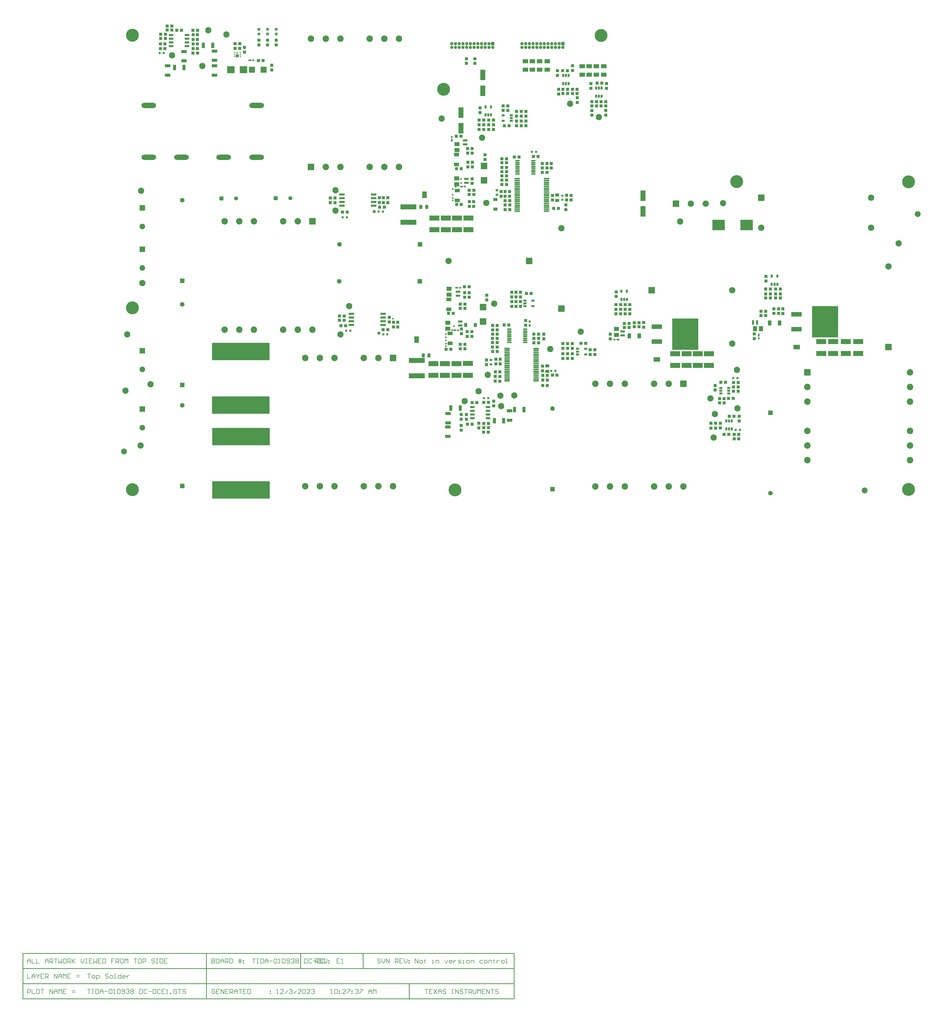
<source format=gts>
G04*
G04 #@! TF.GenerationSoftware,Altium Limited,Altium Designer,23.1.1 (15)*
G04*
G04 Layer_Color=8388736*
%FSAX44Y44*%
%MOMM*%
G71*
G04*
G04 #@! TF.SameCoordinates,A3571568-9A21-437D-865F-2304E57EA7B7*
G04*
G04*
G04 #@! TF.FilePolarity,Negative*
G04*
G01*
G75*
%ADD22C,0.2540*%
%ADD28C,0.2032*%
G04:AMPARAMS|DCode=30|XSize=10.69mm|YSize=8.89mm|CornerRadius=0.0445mm|HoleSize=0mm|Usage=FLASHONLY|Rotation=270.000|XOffset=0mm|YOffset=0mm|HoleType=Round|Shape=RoundedRectangle|*
%AMROUNDEDRECTD30*
21,1,10.6900,8.8011,0,0,270.0*
21,1,10.6011,8.8900,0,0,270.0*
1,1,0.0889,-4.4006,-5.3006*
1,1,0.0889,-4.4006,5.3006*
1,1,0.0889,4.4006,5.3006*
1,1,0.0889,4.4006,-5.3006*
%
%ADD30ROUNDEDRECTD30*%
G04:AMPARAMS|DCode=31|XSize=1.54mm|YSize=3.56mm|CornerRadius=0.0462mm|HoleSize=0mm|Usage=FLASHONLY|Rotation=270.000|XOffset=0mm|YOffset=0mm|HoleType=Round|Shape=RoundedRectangle|*
%AMROUNDEDRECTD31*
21,1,1.5400,3.4676,0,0,270.0*
21,1,1.4476,3.5600,0,0,270.0*
1,1,0.0924,-1.7338,-0.7238*
1,1,0.0924,-1.7338,0.7238*
1,1,0.0924,1.7338,0.7238*
1,1,0.0924,1.7338,-0.7238*
%
%ADD31ROUNDEDRECTD31*%
G04:AMPARAMS|DCode=40|XSize=0.75mm|YSize=0.9mm|CornerRadius=0.0488mm|HoleSize=0mm|Usage=FLASHONLY|Rotation=90.000|XOffset=0mm|YOffset=0mm|HoleType=Round|Shape=RoundedRectangle|*
%AMROUNDEDRECTD40*
21,1,0.7500,0.8025,0,0,90.0*
21,1,0.6525,0.9000,0,0,90.0*
1,1,0.0975,0.4013,0.3263*
1,1,0.0975,0.4013,-0.3263*
1,1,0.0975,-0.4013,-0.3263*
1,1,0.0975,-0.4013,0.3263*
%
%ADD40ROUNDEDRECTD40*%
G04:AMPARAMS|DCode=41|XSize=2.5mm|YSize=2.3mm|CornerRadius=0.046mm|HoleSize=0mm|Usage=FLASHONLY|Rotation=0.000|XOffset=0mm|YOffset=0mm|HoleType=Round|Shape=RoundedRectangle|*
%AMROUNDEDRECTD41*
21,1,2.5000,2.2080,0,0,0.0*
21,1,2.4080,2.3000,0,0,0.0*
1,1,0.0920,1.2040,-1.1040*
1,1,0.0920,-1.2040,-1.1040*
1,1,0.0920,-1.2040,1.1040*
1,1,0.0920,1.2040,1.1040*
%
%ADD41ROUNDEDRECTD41*%
G04:AMPARAMS|DCode=42|XSize=0.65mm|YSize=1.6mm|CornerRadius=0.0488mm|HoleSize=0mm|Usage=FLASHONLY|Rotation=90.000|XOffset=0mm|YOffset=0mm|HoleType=Round|Shape=RoundedRectangle|*
%AMROUNDEDRECTD42*
21,1,0.6500,1.5025,0,0,90.0*
21,1,0.5525,1.6000,0,0,90.0*
1,1,0.0975,0.7512,0.2763*
1,1,0.0975,0.7512,-0.2763*
1,1,0.0975,-0.7512,-0.2763*
1,1,0.0975,-0.7512,0.2763*
%
%ADD42ROUNDEDRECTD42*%
G04:AMPARAMS|DCode=43|XSize=0.7mm|YSize=0.7mm|CornerRadius=0.049mm|HoleSize=0mm|Usage=FLASHONLY|Rotation=180.000|XOffset=0mm|YOffset=0mm|HoleType=Round|Shape=RoundedRectangle|*
%AMROUNDEDRECTD43*
21,1,0.7000,0.6020,0,0,180.0*
21,1,0.6020,0.7000,0,0,180.0*
1,1,0.0980,-0.3010,0.3010*
1,1,0.0980,0.3010,0.3010*
1,1,0.0980,0.3010,-0.3010*
1,1,0.0980,-0.3010,-0.3010*
%
%ADD43ROUNDEDRECTD43*%
G04:AMPARAMS|DCode=44|XSize=2.16mm|YSize=2.26mm|CornerRadius=0.054mm|HoleSize=0mm|Usage=FLASHONLY|Rotation=90.000|XOffset=0mm|YOffset=0mm|HoleType=Round|Shape=RoundedRectangle|*
%AMROUNDEDRECTD44*
21,1,2.1600,2.1520,0,0,90.0*
21,1,2.0520,2.2600,0,0,90.0*
1,1,0.1080,1.0760,1.0260*
1,1,0.1080,1.0760,-1.0260*
1,1,0.1080,-1.0760,-1.0260*
1,1,0.1080,-1.0760,1.0260*
%
%ADD44ROUNDEDRECTD44*%
G04:AMPARAMS|DCode=45|XSize=1mm|YSize=1.35mm|CornerRadius=0.05mm|HoleSize=0mm|Usage=FLASHONLY|Rotation=0.000|XOffset=0mm|YOffset=0mm|HoleType=Round|Shape=RoundedRectangle|*
%AMROUNDEDRECTD45*
21,1,1.0000,1.2500,0,0,0.0*
21,1,0.9000,1.3500,0,0,0.0*
1,1,0.1000,0.4500,-0.6250*
1,1,0.1000,-0.4500,-0.6250*
1,1,0.1000,-0.4500,0.6250*
1,1,0.1000,0.4500,0.6250*
%
%ADD45ROUNDEDRECTD45*%
G04:AMPARAMS|DCode=46|XSize=0.45mm|YSize=0.3mm|CornerRadius=0.0495mm|HoleSize=0mm|Usage=FLASHONLY|Rotation=180.000|XOffset=0mm|YOffset=0mm|HoleType=Round|Shape=RoundedRectangle|*
%AMROUNDEDRECTD46*
21,1,0.4500,0.2010,0,0,180.0*
21,1,0.3510,0.3000,0,0,180.0*
1,1,0.0990,-0.1755,0.1005*
1,1,0.0990,0.1755,0.1005*
1,1,0.0990,0.1755,-0.1005*
1,1,0.0990,-0.1755,-0.1005*
%
%ADD46ROUNDEDRECTD46*%
G04:AMPARAMS|DCode=48|XSize=1.85mm|YSize=0.45mm|CornerRadius=0.0495mm|HoleSize=0mm|Usage=FLASHONLY|Rotation=180.000|XOffset=0mm|YOffset=0mm|HoleType=Round|Shape=RoundedRectangle|*
%AMROUNDEDRECTD48*
21,1,1.8500,0.3510,0,0,180.0*
21,1,1.7510,0.4500,0,0,180.0*
1,1,0.0990,-0.8755,0.1755*
1,1,0.0990,0.8755,0.1755*
1,1,0.0990,0.8755,-0.1755*
1,1,0.0990,-0.8755,-0.1755*
%
%ADD48ROUNDEDRECTD48*%
G04:AMPARAMS|DCode=51|XSize=1.55mm|YSize=0.6mm|CornerRadius=0.051mm|HoleSize=0mm|Usage=FLASHONLY|Rotation=180.000|XOffset=0mm|YOffset=0mm|HoleType=Round|Shape=RoundedRectangle|*
%AMROUNDEDRECTD51*
21,1,1.5500,0.4980,0,0,180.0*
21,1,1.4480,0.6000,0,0,180.0*
1,1,0.1020,-0.7240,0.2490*
1,1,0.1020,0.7240,0.2490*
1,1,0.1020,0.7240,-0.2490*
1,1,0.1020,-0.7240,-0.2490*
%
%ADD51ROUNDEDRECTD51*%
G04:AMPARAMS|DCode=62|XSize=0.65mm|YSize=1.6mm|CornerRadius=0.0488mm|HoleSize=0mm|Usage=FLASHONLY|Rotation=0.000|XOffset=0mm|YOffset=0mm|HoleType=Round|Shape=RoundedRectangle|*
%AMROUNDEDRECTD62*
21,1,0.6500,1.5025,0,0,0.0*
21,1,0.5525,1.6000,0,0,0.0*
1,1,0.0975,0.2763,-0.7512*
1,1,0.0975,-0.2763,-0.7512*
1,1,0.0975,-0.2763,0.7512*
1,1,0.0975,0.2763,0.7512*
%
%ADD62ROUNDEDRECTD62*%
G04:AMPARAMS|DCode=65|XSize=0.7mm|YSize=0.7mm|CornerRadius=0.049mm|HoleSize=0mm|Usage=FLASHONLY|Rotation=270.000|XOffset=0mm|YOffset=0mm|HoleType=Round|Shape=RoundedRectangle|*
%AMROUNDEDRECTD65*
21,1,0.7000,0.6020,0,0,270.0*
21,1,0.6020,0.7000,0,0,270.0*
1,1,0.0980,-0.3010,-0.3010*
1,1,0.0980,-0.3010,0.3010*
1,1,0.0980,0.3010,0.3010*
1,1,0.0980,0.3010,-0.3010*
%
%ADD65ROUNDEDRECTD65*%
%ADD68R,1.0500X1.1000*%
%ADD69R,0.9000X0.9000*%
G04:AMPARAMS|DCode=70|XSize=3.6mm|YSize=1.7mm|CornerRadius=0.098mm|HoleSize=0mm|Usage=FLASHONLY|Rotation=270.000|XOffset=0mm|YOffset=0mm|HoleType=Round|Shape=RoundedRectangle|*
%AMROUNDEDRECTD70*
21,1,3.6000,1.5040,0,0,270.0*
21,1,3.4040,1.7000,0,0,270.0*
1,1,0.1960,-0.7520,-1.7020*
1,1,0.1960,-0.7520,1.7020*
1,1,0.1960,0.7520,1.7020*
1,1,0.1960,0.7520,-1.7020*
%
%ADD70ROUNDEDRECTD70*%
%ADD71C,1.1000*%
G04:AMPARAMS|DCode=72|XSize=1mm|YSize=1.8mm|CornerRadius=0.0995mm|HoleSize=0mm|Usage=FLASHONLY|Rotation=180.000|XOffset=0mm|YOffset=0mm|HoleType=Round|Shape=RoundedRectangle|*
%AMROUNDEDRECTD72*
21,1,1.0000,1.6010,0,0,180.0*
21,1,0.8010,1.8000,0,0,180.0*
1,1,0.1990,-0.4005,0.8005*
1,1,0.1990,0.4005,0.8005*
1,1,0.1990,0.4005,-0.8005*
1,1,0.1990,-0.4005,-0.8005*
%
%ADD72ROUNDEDRECTD72*%
G04:AMPARAMS|DCode=73|XSize=5.85mm|YSize=19.7mm|CornerRadius=0.1075mm|HoleSize=0mm|Usage=FLASHONLY|Rotation=270.000|XOffset=0mm|YOffset=0mm|HoleType=Round|Shape=RoundedRectangle|*
%AMROUNDEDRECTD73*
21,1,5.8500,19.4850,0,0,270.0*
21,1,5.6350,19.7000,0,0,270.0*
1,1,0.2150,-9.7425,-2.8175*
1,1,0.2150,-9.7425,2.8175*
1,1,0.2150,9.7425,2.8175*
1,1,0.2150,9.7425,-2.8175*
%
%ADD73ROUNDEDRECTD73*%
%ADD74R,4.2000X3.6000*%
%ADD75R,1.0150X1.3200*%
%ADD76R,2.1000X2.1000*%
%ADD77R,2.3000X1.5000*%
G04:AMPARAMS|DCode=78|XSize=0.7mm|YSize=0.5mm|CornerRadius=0.05mm|HoleSize=0mm|Usage=FLASHONLY|Rotation=0.000|XOffset=0mm|YOffset=0mm|HoleType=Round|Shape=RoundedRectangle|*
%AMROUNDEDRECTD78*
21,1,0.7000,0.4000,0,0,0.0*
21,1,0.6000,0.5000,0,0,0.0*
1,1,0.1000,0.3000,-0.2000*
1,1,0.1000,-0.3000,-0.2000*
1,1,0.1000,-0.3000,0.2000*
1,1,0.1000,0.3000,0.2000*
%
%ADD78ROUNDEDRECTD78*%
G04:AMPARAMS|DCode=79|XSize=1.05mm|YSize=0.5mm|CornerRadius=0.05mm|HoleSize=0mm|Usage=FLASHONLY|Rotation=0.000|XOffset=0mm|YOffset=0mm|HoleType=Round|Shape=RoundedRectangle|*
%AMROUNDEDRECTD79*
21,1,1.0500,0.4000,0,0,0.0*
21,1,0.9500,0.5000,0,0,0.0*
1,1,0.1000,0.4750,-0.2000*
1,1,0.1000,-0.4750,-0.2000*
1,1,0.1000,-0.4750,0.2000*
1,1,0.1000,0.4750,0.2000*
%
%ADD79ROUNDEDRECTD79*%
G04:AMPARAMS|DCode=80|XSize=1mm|YSize=0.95mm|CornerRadius=0.0522mm|HoleSize=0mm|Usage=FLASHONLY|Rotation=180.000|XOffset=0mm|YOffset=0mm|HoleType=Round|Shape=RoundedRectangle|*
%AMROUNDEDRECTD80*
21,1,1.0000,0.8455,0,0,180.0*
21,1,0.8955,0.9500,0,0,180.0*
1,1,0.1045,-0.4478,0.4228*
1,1,0.1045,0.4478,0.4228*
1,1,0.1045,0.4478,-0.4228*
1,1,0.1045,-0.4478,-0.4228*
%
%ADD80ROUNDEDRECTD80*%
G04:AMPARAMS|DCode=81|XSize=0.75mm|YSize=0.3mm|CornerRadius=0.0495mm|HoleSize=0mm|Usage=FLASHONLY|Rotation=180.000|XOffset=0mm|YOffset=0mm|HoleType=Round|Shape=RoundedRectangle|*
%AMROUNDEDRECTD81*
21,1,0.7500,0.2010,0,0,180.0*
21,1,0.6510,0.3000,0,0,180.0*
1,1,0.0990,-0.3255,0.1005*
1,1,0.0990,0.3255,0.1005*
1,1,0.0990,0.3255,-0.1005*
1,1,0.0990,-0.3255,-0.1005*
%
%ADD81ROUNDEDRECTD81*%
G04:AMPARAMS|DCode=82|XSize=0.7mm|YSize=1.9mm|CornerRadius=0.101mm|HoleSize=0mm|Usage=FLASHONLY|Rotation=270.000|XOffset=0mm|YOffset=0mm|HoleType=Round|Shape=RoundedRectangle|*
%AMROUNDEDRECTD82*
21,1,0.7000,1.6980,0,0,270.0*
21,1,0.4980,1.9000,0,0,270.0*
1,1,0.2020,-0.8490,-0.2490*
1,1,0.2020,-0.8490,0.2490*
1,1,0.2020,0.8490,0.2490*
1,1,0.2020,0.8490,-0.2490*
%
%ADD82ROUNDEDRECTD82*%
G04:AMPARAMS|DCode=83|XSize=0.7mm|YSize=1.1mm|CornerRadius=0.101mm|HoleSize=0mm|Usage=FLASHONLY|Rotation=180.000|XOffset=0mm|YOffset=0mm|HoleType=Round|Shape=RoundedRectangle|*
%AMROUNDEDRECTD83*
21,1,0.7000,0.8980,0,0,180.0*
21,1,0.4980,1.1000,0,0,180.0*
1,1,0.2020,-0.2490,0.4490*
1,1,0.2020,0.2490,0.4490*
1,1,0.2020,0.2490,-0.4490*
1,1,0.2020,-0.2490,-0.4490*
%
%ADD83ROUNDEDRECTD83*%
%ADD84O,1.5500X0.5000*%
%ADD85R,5.4000X1.7000*%
%ADD86R,3.5000X1.7000*%
%ADD87R,1.7000X1.2000*%
%ADD88R,1.9500X1.4000*%
%ADD89R,1.7002X1.3700*%
G04:AMPARAMS|DCode=90|XSize=1.1mm|YSize=1.3mm|CornerRadius=0.105mm|HoleSize=0mm|Usage=FLASHONLY|Rotation=270.000|XOffset=0mm|YOffset=0mm|HoleType=Round|Shape=RoundedRectangle|*
%AMROUNDEDRECTD90*
21,1,1.1000,1.0900,0,0,270.0*
21,1,0.8900,1.3000,0,0,270.0*
1,1,0.2100,-0.5450,-0.4450*
1,1,0.2100,-0.5450,0.4450*
1,1,0.2100,0.5450,0.4450*
1,1,0.2100,0.5450,-0.4450*
%
%ADD90ROUNDEDRECTD90*%
%ADD91R,1.2000X1.7000*%
%ADD92R,1.1000X1.0500*%
%ADD93R,1.3700X1.7002*%
%ADD94R,1.3200X1.0150*%
G04:AMPARAMS|DCode=95|XSize=1mm|YSize=1.8mm|CornerRadius=0.0995mm|HoleSize=0mm|Usage=FLASHONLY|Rotation=90.000|XOffset=0mm|YOffset=0mm|HoleType=Round|Shape=RoundedRectangle|*
%AMROUNDEDRECTD95*
21,1,1.0000,1.6010,0,0,90.0*
21,1,0.8010,1.8000,0,0,90.0*
1,1,0.1990,0.8005,0.4005*
1,1,0.1990,0.8005,-0.4005*
1,1,0.1990,-0.8005,-0.4005*
1,1,0.1990,-0.8005,0.4005*
%
%ADD95ROUNDEDRECTD95*%
G04:AMPARAMS|DCode=96|XSize=0.7mm|YSize=1.1mm|CornerRadius=0.101mm|HoleSize=0mm|Usage=FLASHONLY|Rotation=90.000|XOffset=0mm|YOffset=0mm|HoleType=Round|Shape=RoundedRectangle|*
%AMROUNDEDRECTD96*
21,1,0.7000,0.8980,0,0,90.0*
21,1,0.4980,1.1000,0,0,90.0*
1,1,0.2020,0.4490,0.2490*
1,1,0.2020,0.4490,-0.2490*
1,1,0.2020,-0.4490,-0.2490*
1,1,0.2020,-0.4490,0.2490*
%
%ADD96ROUNDEDRECTD96*%
%ADD97C,2.0000*%
G04:AMPARAMS|DCode=98|XSize=1.05mm|YSize=0.5mm|CornerRadius=0.05mm|HoleSize=0mm|Usage=FLASHONLY|Rotation=270.000|XOffset=0mm|YOffset=0mm|HoleType=Round|Shape=RoundedRectangle|*
%AMROUNDEDRECTD98*
21,1,1.0500,0.4000,0,0,270.0*
21,1,0.9500,0.5000,0,0,270.0*
1,1,0.1000,-0.2000,-0.4750*
1,1,0.1000,-0.2000,0.4750*
1,1,0.1000,0.2000,0.4750*
1,1,0.1000,0.2000,-0.4750*
%
%ADD98ROUNDEDRECTD98*%
G04:AMPARAMS|DCode=99|XSize=0.7mm|YSize=0.5mm|CornerRadius=0.05mm|HoleSize=0mm|Usage=FLASHONLY|Rotation=270.000|XOffset=0mm|YOffset=0mm|HoleType=Round|Shape=RoundedRectangle|*
%AMROUNDEDRECTD99*
21,1,0.7000,0.4000,0,0,270.0*
21,1,0.6000,0.5000,0,0,270.0*
1,1,0.1000,-0.2000,-0.3000*
1,1,0.1000,-0.2000,0.3000*
1,1,0.1000,0.2000,0.3000*
1,1,0.1000,0.2000,-0.3000*
%
%ADD99ROUNDEDRECTD99*%
%ADD100R,1.5000X2.3000*%
%ADD101R,1.9000X1.9000*%
%ADD102C,1.9000*%
%ADD103C,2.1320*%
%ADD104C,1.1200*%
G04:AMPARAMS|DCode=105|XSize=1.12mm|YSize=1.12mm|CornerRadius=0.0504mm|HoleSize=0mm|Usage=FLASHONLY|Rotation=180.000|XOffset=0mm|YOffset=0mm|HoleType=Round|Shape=RoundedRectangle|*
%AMROUNDEDRECTD105*
21,1,1.1200,1.0192,0,0,180.0*
21,1,1.0192,1.1200,0,0,180.0*
1,1,0.1008,-0.5096,0.5096*
1,1,0.1008,0.5096,0.5096*
1,1,0.1008,0.5096,-0.5096*
1,1,0.1008,-0.5096,-0.5096*
%
%ADD105ROUNDEDRECTD105*%
G04:AMPARAMS|DCode=106|XSize=1.55mm|YSize=1.55mm|CornerRadius=0.0465mm|HoleSize=0mm|Usage=FLASHONLY|Rotation=90.000|XOffset=0mm|YOffset=0mm|HoleType=Round|Shape=RoundedRectangle|*
%AMROUNDEDRECTD106*
21,1,1.5500,1.4570,0,0,90.0*
21,1,1.4570,1.5500,0,0,90.0*
1,1,0.0930,0.7285,0.7285*
1,1,0.0930,0.7285,-0.7285*
1,1,0.0930,-0.7285,-0.7285*
1,1,0.0930,-0.7285,0.7285*
%
%ADD106ROUNDEDRECTD106*%
%ADD107C,1.5500*%
%ADD108C,1.3500*%
G04:AMPARAMS|DCode=109|XSize=1.35mm|YSize=1.35mm|CornerRadius=0.0472mm|HoleSize=0mm|Usage=FLASHONLY|Rotation=0.000|XOffset=0mm|YOffset=0mm|HoleType=Round|Shape=RoundedRectangle|*
%AMROUNDEDRECTD109*
21,1,1.3500,1.2555,0,0,0.0*
21,1,1.2555,1.3500,0,0,0.0*
1,1,0.0945,0.6278,-0.6278*
1,1,0.0945,-0.6278,-0.6278*
1,1,0.0945,-0.6278,0.6278*
1,1,0.0945,0.6278,0.6278*
%
%ADD109ROUNDEDRECTD109*%
G04:AMPARAMS|DCode=110|XSize=5mm|YSize=1.8mm|CornerRadius=0.9mm|HoleSize=0mm|Usage=FLASHONLY|Rotation=0.000|XOffset=0mm|YOffset=0mm|HoleType=Round|Shape=RoundedRectangle|*
%AMROUNDEDRECTD110*
21,1,5.0000,0.0000,0,0,0.0*
21,1,3.2000,1.8000,0,0,0.0*
1,1,1.8000,1.6000,0.0000*
1,1,1.8000,-1.6000,0.0000*
1,1,1.8000,-1.6000,0.0000*
1,1,1.8000,1.6000,0.0000*
%
%ADD110ROUNDEDRECTD110*%
G04:AMPARAMS|DCode=111|XSize=1.55mm|YSize=1.55mm|CornerRadius=0.0465mm|HoleSize=0mm|Usage=FLASHONLY|Rotation=180.000|XOffset=0mm|YOffset=0mm|HoleType=Round|Shape=RoundedRectangle|*
%AMROUNDEDRECTD111*
21,1,1.5500,1.4570,0,0,180.0*
21,1,1.4570,1.5500,0,0,180.0*
1,1,0.0930,-0.7285,0.7285*
1,1,0.0930,0.7285,0.7285*
1,1,0.0930,0.7285,-0.7285*
1,1,0.0930,-0.7285,-0.7285*
%
%ADD111ROUNDEDRECTD111*%
G04:AMPARAMS|DCode=112|XSize=2.15mm|YSize=2.15mm|CornerRadius=0.0538mm|HoleSize=0mm|Usage=FLASHONLY|Rotation=0.000|XOffset=0mm|YOffset=0mm|HoleType=Round|Shape=RoundedRectangle|*
%AMROUNDEDRECTD112*
21,1,2.1500,2.0425,0,0,0.0*
21,1,2.0425,2.1500,0,0,0.0*
1,1,0.1075,1.0213,-1.0213*
1,1,0.1075,-1.0213,-1.0213*
1,1,0.1075,-1.0213,1.0213*
1,1,0.1075,1.0213,1.0213*
%
%ADD112ROUNDEDRECTD112*%
%ADD113C,2.1500*%
%ADD114C,2.2000*%
G04:AMPARAMS|DCode=115|XSize=2.2mm|YSize=2.2mm|CornerRadius=0.055mm|HoleSize=0mm|Usage=FLASHONLY|Rotation=270.000|XOffset=0mm|YOffset=0mm|HoleType=Round|Shape=RoundedRectangle|*
%AMROUNDEDRECTD115*
21,1,2.2000,2.0900,0,0,270.0*
21,1,2.0900,2.2000,0,0,270.0*
1,1,0.1100,-1.0450,-1.0450*
1,1,0.1100,-1.0450,1.0450*
1,1,0.1100,1.0450,1.0450*
1,1,0.1100,1.0450,-1.0450*
%
%ADD115ROUNDEDRECTD115*%
G04:AMPARAMS|DCode=116|XSize=2.2mm|YSize=2.2mm|CornerRadius=0.055mm|HoleSize=0mm|Usage=FLASHONLY|Rotation=0.000|XOffset=0mm|YOffset=0mm|HoleType=Round|Shape=RoundedRectangle|*
%AMROUNDEDRECTD116*
21,1,2.2000,2.0900,0,0,0.0*
21,1,2.0900,2.2000,0,0,0.0*
1,1,0.1100,1.0450,-1.0450*
1,1,0.1100,-1.0450,-1.0450*
1,1,0.1100,-1.0450,1.0450*
1,1,0.1100,1.0450,1.0450*
%
%ADD116ROUNDEDRECTD116*%
%ADD117C,4.4000*%
G04:AMPARAMS|DCode=118|XSize=2.15mm|YSize=2.15mm|CornerRadius=0.0538mm|HoleSize=0mm|Usage=FLASHONLY|Rotation=90.000|XOffset=0mm|YOffset=0mm|HoleType=Round|Shape=RoundedRectangle|*
%AMROUNDEDRECTD118*
21,1,2.1500,2.0425,0,0,90.0*
21,1,2.0425,2.1500,0,0,90.0*
1,1,0.1075,1.0213,1.0213*
1,1,0.1075,1.0213,-1.0213*
1,1,0.1075,-1.0213,-1.0213*
1,1,0.1075,-1.0213,1.0213*
%
%ADD118ROUNDEDRECTD118*%
%ADD119C,0.6080*%
G54D22*
X00995108Y-01689560D02*
Y-01638040D01*
X00693102Y-01687909D02*
X01352740D01*
Y-01532969D01*
X00301942Y-01687909D02*
Y-01532969D01*
X-00324168Y-01687909D02*
Y-01532969D01*
X-00324041Y-01687909D02*
X00076136D01*
X-00324041D02*
Y-01532969D01*
Y-01532969D02*
X01352740D01*
X-00324168Y-01687909D02*
X00693102D01*
X-00324168Y-01636262D02*
X01352232D01*
X-00324168Y-01584616D02*
X01352740D01*
X00623760D02*
Y-01532969D01*
X00837120Y-01584616D02*
Y-01532969D01*
G54D28*
X-00103442Y-01602822D02*
X-00093285D01*
X-00098364D01*
Y-01618057D01*
X-00085668D02*
X-00080589D01*
X-00078050Y-01615518D01*
Y-01610440D01*
X-00080589Y-01607901D01*
X-00085668D01*
X-00088207Y-01610440D01*
Y-01615518D01*
X-00085668Y-01618057D01*
X-00072972Y-01623136D02*
Y-01607901D01*
X-00065354D01*
X-00062815Y-01610440D01*
Y-01615518D01*
X-00065354Y-01618057D01*
X-00072972D01*
X-00032345Y-01605361D02*
X-00034884Y-01602822D01*
X-00039962D01*
X-00042502Y-01605361D01*
Y-01607901D01*
X-00039962Y-01610440D01*
X-00034884D01*
X-00032345Y-01612979D01*
Y-01615518D01*
X-00034884Y-01618057D01*
X-00039962D01*
X-00042502Y-01615518D01*
X-00024727Y-01618057D02*
X-00019649D01*
X-00017110Y-01615518D01*
Y-01610440D01*
X-00019649Y-01607901D01*
X-00024727D01*
X-00027267Y-01610440D01*
Y-01615518D01*
X-00024727Y-01618057D01*
X-00012032D02*
X-00006953D01*
X-00009492D01*
Y-01602822D01*
X-00012032D01*
X00010821D02*
Y-01618057D01*
X00003203D01*
X00000664Y-01615518D01*
Y-01610440D01*
X00003203Y-01607901D01*
X00010821D01*
X00023517Y-01618057D02*
X00018439D01*
X00015899Y-01615518D01*
Y-01610440D01*
X00018439Y-01607901D01*
X00023517D01*
X00026056Y-01610440D01*
Y-01612979D01*
X00015899D01*
X00031135Y-01607901D02*
Y-01618057D01*
Y-01612979D01*
X00033674Y-01610440D01*
X00036213Y-01607901D01*
X00038752D01*
X-00103442Y-01602822D02*
X-00093285D01*
X-00098364D01*
Y-01618057D01*
X-00085668D02*
X-00080589D01*
X-00078050Y-01615518D01*
Y-01610440D01*
X-00080589Y-01607901D01*
X-00085668D01*
X-00088207Y-01610440D01*
Y-01615518D01*
X-00085668Y-01618057D01*
X-00072972Y-01623136D02*
Y-01607901D01*
X-00065354D01*
X-00062815Y-01610440D01*
Y-01615518D01*
X-00065354Y-01618057D01*
X-00072972D01*
X-00032345Y-01605361D02*
X-00034884Y-01602822D01*
X-00039962D01*
X-00042502Y-01605361D01*
Y-01607901D01*
X-00039962Y-01610440D01*
X-00034884D01*
X-00032345Y-01612979D01*
Y-01615518D01*
X-00034884Y-01618057D01*
X-00039962D01*
X-00042502Y-01615518D01*
X-00024727Y-01618057D02*
X-00019649D01*
X-00017110Y-01615518D01*
Y-01610440D01*
X-00019649Y-01607901D01*
X-00024727D01*
X-00027267Y-01610440D01*
Y-01615518D01*
X-00024727Y-01618057D01*
X-00012032D02*
X-00006953D01*
X-00009492D01*
Y-01602822D01*
X-00012032D01*
X00010821D02*
Y-01618057D01*
X00003203D01*
X00000664Y-01615518D01*
Y-01610440D01*
X00003203Y-01607901D01*
X00010821D01*
X00023517Y-01618057D02*
X00018439D01*
X00015899Y-01615518D01*
Y-01610440D01*
X00018439Y-01607901D01*
X00023517D01*
X00026056Y-01610440D01*
Y-01612979D01*
X00015899D01*
X00031135Y-01607901D02*
Y-01618057D01*
Y-01612979D01*
X00033674Y-01610440D01*
X00036213Y-01607901D01*
X00038752D01*
X01048702Y-01655106D02*
X01058859D01*
X01053780D01*
Y-01670341D01*
X01074094Y-01655106D02*
X01063937D01*
Y-01670341D01*
X01074094D01*
X01063937Y-01662724D02*
X01069015D01*
X01079172Y-01655106D02*
X01089329Y-01670341D01*
Y-01655106D02*
X01079172Y-01670341D01*
X01094407D02*
Y-01660184D01*
X01099486Y-01655106D01*
X01104564Y-01660184D01*
Y-01670341D01*
Y-01662724D01*
X01094407D01*
X01119799Y-01657645D02*
X01117260Y-01655106D01*
X01112181D01*
X01109642Y-01657645D01*
Y-01660184D01*
X01112181Y-01662724D01*
X01117260D01*
X01119799Y-01665263D01*
Y-01667802D01*
X01117260Y-01670341D01*
X01112181D01*
X01109642Y-01667802D01*
X01140113Y-01655106D02*
X01145191D01*
X01142652D01*
Y-01670341D01*
X01140113D01*
X01145191D01*
X01152808D02*
Y-01655106D01*
X01162965Y-01670341D01*
Y-01655106D01*
X01178200Y-01657645D02*
X01175661Y-01655106D01*
X01170583D01*
X01168043Y-01657645D01*
Y-01660184D01*
X01170583Y-01662724D01*
X01175661D01*
X01178200Y-01665263D01*
Y-01667802D01*
X01175661Y-01670341D01*
X01170583D01*
X01168043Y-01667802D01*
X01183279Y-01655106D02*
X01193435D01*
X01188357D01*
Y-01670341D01*
X01198514D02*
Y-01655106D01*
X01206131D01*
X01208670Y-01657645D01*
Y-01662724D01*
X01206131Y-01665263D01*
X01198514D01*
X01203592D02*
X01208670Y-01670341D01*
X01213749Y-01655106D02*
Y-01667802D01*
X01216288Y-01670341D01*
X01221366D01*
X01223905Y-01667802D01*
Y-01655106D01*
X01228984Y-01670341D02*
Y-01655106D01*
X01234062Y-01660184D01*
X01239140Y-01655106D01*
Y-01670341D01*
X01254376Y-01655106D02*
X01244219D01*
Y-01670341D01*
X01254376D01*
X01244219Y-01662724D02*
X01249297D01*
X01259454Y-01670341D02*
Y-01655106D01*
X01269611Y-01670341D01*
Y-01655106D01*
X01274689D02*
X01284846D01*
X01279767D01*
Y-01670341D01*
X01300081Y-01657645D02*
X01297542Y-01655106D01*
X01292463D01*
X01289924Y-01657645D01*
Y-01660184D01*
X01292463Y-01662724D01*
X01297542D01*
X01300081Y-01665263D01*
Y-01667802D01*
X01297542Y-01670341D01*
X01292463D01*
X01289924Y-01667802D01*
X00727519Y-01670341D02*
X00732597D01*
X00730058D01*
Y-01655106D01*
X00727519Y-01657645D01*
X00740215D02*
X00742754Y-01655106D01*
X00747832D01*
X00750372Y-01657645D01*
Y-01667802D01*
X00747832Y-01670341D01*
X00742754D01*
X00740215Y-01667802D01*
Y-01657645D01*
X00755450Y-01660184D02*
X00757989D01*
Y-01662724D01*
X00755450D01*
Y-01660184D01*
Y-01667802D02*
X00757989D01*
Y-01670341D01*
X00755450D01*
Y-01667802D01*
X00778303Y-01670341D02*
X00768146D01*
X00778303Y-01660184D01*
Y-01657645D01*
X00775763Y-01655106D01*
X00770685D01*
X00768146Y-01657645D01*
X00783381Y-01655106D02*
X00793538D01*
Y-01657645D01*
X00783381Y-01667802D01*
Y-01670341D01*
X00798616Y-01660184D02*
X00801155D01*
Y-01662724D01*
X00798616D01*
Y-01660184D01*
Y-01667802D02*
X00801155D01*
Y-01670341D01*
X00798616D01*
Y-01667802D01*
X00811312Y-01657645D02*
X00813851Y-01655106D01*
X00818929D01*
X00821469Y-01657645D01*
Y-01660184D01*
X00818929Y-01662724D01*
X00816390D01*
X00818929D01*
X00821469Y-01665263D01*
Y-01667802D01*
X00818929Y-01670341D01*
X00813851D01*
X00811312Y-01667802D01*
X00826547Y-01655106D02*
X00836704D01*
Y-01657645D01*
X00826547Y-01667802D01*
Y-01670341D01*
X00857017D02*
Y-01660184D01*
X00862095Y-01655106D01*
X00867174Y-01660184D01*
Y-01670341D01*
Y-01662724D01*
X00857017D01*
X00872252Y-01670341D02*
Y-01655106D01*
X00877330Y-01660184D01*
X00882409Y-01655106D01*
Y-01670341D01*
X-00308039D02*
Y-01655106D01*
X-00300421D01*
X-00297882Y-01657645D01*
Y-01662724D01*
X-00300421Y-01665263D01*
X-00308039D01*
X-00292804Y-01655106D02*
Y-01670341D01*
X-00282647D01*
X-00269951Y-01655106D02*
X-00275030D01*
X-00277569Y-01657645D01*
Y-01667802D01*
X-00275030Y-01670341D01*
X-00269951D01*
X-00267412Y-01667802D01*
Y-01657645D01*
X-00269951Y-01655106D01*
X-00262334D02*
X-00252177D01*
X-00257255D01*
Y-01670341D01*
X-00231864D02*
Y-01655106D01*
X-00221707Y-01670341D01*
Y-01655106D01*
X-00216628Y-01670341D02*
Y-01660184D01*
X-00211550Y-01655106D01*
X-00206472Y-01660184D01*
Y-01670341D01*
Y-01662724D01*
X-00216628D01*
X-00201394Y-01670341D02*
Y-01655106D01*
X-00196315Y-01660184D01*
X-00191237Y-01655106D01*
Y-01670341D01*
X-00176002Y-01655106D02*
X-00186158D01*
Y-01670341D01*
X-00176002D01*
X-00186158Y-01662724D02*
X-00181080D01*
X-00155688Y-01665263D02*
X-00145532D01*
X-00155688Y-01660184D02*
X-00145532D01*
X-00308039Y-01602822D02*
Y-01618057D01*
X-00297882D01*
X-00292804D02*
Y-01607901D01*
X-00287726Y-01602822D01*
X-00282647Y-01607901D01*
Y-01618057D01*
Y-01610440D01*
X-00292804D01*
X-00277569Y-01602822D02*
Y-01605361D01*
X-00272491Y-01610440D01*
X-00267412Y-01605361D01*
Y-01602822D01*
X-00272491Y-01610440D02*
Y-01618057D01*
X-00252177Y-01602822D02*
X-00262334D01*
Y-01618057D01*
X-00252177D01*
X-00262334Y-01610440D02*
X-00257255D01*
X-00247099Y-01618057D02*
Y-01602822D01*
X-00239481D01*
X-00236942Y-01605361D01*
Y-01610440D01*
X-00239481Y-01612979D01*
X-00247099D01*
X-00242020D02*
X-00236942Y-01618057D01*
X-00216628D02*
Y-01602822D01*
X-00206472Y-01618057D01*
Y-01602822D01*
X-00201394Y-01618057D02*
Y-01607901D01*
X-00196315Y-01602822D01*
X-00191237Y-01607901D01*
Y-01618057D01*
Y-01610440D01*
X-00201394D01*
X-00186158Y-01618057D02*
Y-01602822D01*
X-00181080Y-01607901D01*
X-00176002Y-01602822D01*
Y-01618057D01*
X-00160767Y-01602822D02*
X-00170923D01*
Y-01618057D01*
X-00160767D01*
X-00170923Y-01610440D02*
X-00165845D01*
X-00140453Y-01612979D02*
X-00130296D01*
X-00140453Y-01607901D02*
X-00130296D01*
X00320992Y-01551304D02*
Y-01566539D01*
X00328610D01*
X00331149Y-01564000D01*
Y-01561461D01*
X00328610Y-01558922D01*
X00320992D01*
X00328610D01*
X00331149Y-01556383D01*
Y-01553844D01*
X00328610Y-01551304D01*
X00320992D01*
X00343845D02*
X00338766D01*
X00336227Y-01553844D01*
Y-01564000D01*
X00338766Y-01566539D01*
X00343845D01*
X00346384Y-01564000D01*
Y-01553844D01*
X00343845Y-01551304D01*
X00351462Y-01566539D02*
Y-01556383D01*
X00356540Y-01551304D01*
X00361619Y-01556383D01*
Y-01566539D01*
Y-01558922D01*
X00351462D01*
X00366697Y-01566539D02*
Y-01551304D01*
X00374315D01*
X00376854Y-01553844D01*
Y-01558922D01*
X00374315Y-01561461D01*
X00366697D01*
X00371776D02*
X00376854Y-01566539D01*
X00381932Y-01551304D02*
Y-01566539D01*
X00389550D01*
X00392089Y-01564000D01*
Y-01553844D01*
X00389550Y-01551304D01*
X00381932D01*
X00414942Y-01566539D02*
Y-01551304D01*
X00420020D02*
Y-01566539D01*
X00412402Y-01556383D02*
X00420020D01*
X00422559D01*
X00412402Y-01561461D02*
X00422559D01*
X00427637Y-01556383D02*
X00430177D01*
Y-01558922D01*
X00427637D01*
Y-01556383D01*
Y-01564000D02*
X00430177D01*
Y-01566539D01*
X00427637D01*
Y-01564000D01*
X00459549Y-01551304D02*
X00469706D01*
X00464627D01*
Y-01566539D01*
X00474784Y-01551304D02*
X00479862D01*
X00477323D01*
Y-01566539D01*
X00474784D01*
X00479862D01*
X00487480Y-01551304D02*
Y-01566539D01*
X00495098D01*
X00497637Y-01564000D01*
Y-01553844D01*
X00495098Y-01551304D01*
X00487480D01*
X00502715Y-01566539D02*
Y-01556383D01*
X00507793Y-01551304D01*
X00512872Y-01556383D01*
Y-01566539D01*
Y-01558922D01*
X00502715D01*
X00517950D02*
X00528107D01*
X00533185Y-01553844D02*
X00535724Y-01551304D01*
X00540803D01*
X00543342Y-01553844D01*
Y-01564000D01*
X00540803Y-01566539D01*
X00535724D01*
X00533185Y-01564000D01*
Y-01553844D01*
X00548420Y-01566539D02*
X00553499D01*
X00550960D01*
Y-01551304D01*
X00548420Y-01553844D01*
X00561116D02*
X00563655Y-01551304D01*
X00568734D01*
X00571273Y-01553844D01*
Y-01564000D01*
X00568734Y-01566539D01*
X00563655D01*
X00561116Y-01564000D01*
Y-01553844D01*
X00576351Y-01564000D02*
X00578890Y-01566539D01*
X00583969D01*
X00586508Y-01564000D01*
Y-01553844D01*
X00583969Y-01551304D01*
X00578890D01*
X00576351Y-01553844D01*
Y-01556383D01*
X00578890Y-01558922D01*
X00586508D01*
X00591586Y-01553844D02*
X00594126Y-01551304D01*
X00599204D01*
X00601743Y-01553844D01*
Y-01556383D01*
X00599204Y-01558922D01*
X00596665D01*
X00599204D01*
X00601743Y-01561461D01*
Y-01564000D01*
X00599204Y-01566539D01*
X00594126D01*
X00591586Y-01564000D01*
X00606821Y-01553844D02*
X00609361Y-01551304D01*
X00614439D01*
X00616978Y-01553844D01*
Y-01556383D01*
X00614439Y-01558922D01*
X00616978Y-01561461D01*
Y-01564000D01*
X00614439Y-01566539D01*
X00609361D01*
X00606821Y-01564000D01*
Y-01561461D01*
X00609361Y-01558922D01*
X00606821Y-01556383D01*
Y-01553844D01*
X00609361Y-01558922D02*
X00614439D01*
X00637291Y-01551304D02*
Y-01566539D01*
X00644909D01*
X00647448Y-01564000D01*
Y-01553844D01*
X00644909Y-01551304D01*
X00637291D01*
X00662683Y-01553844D02*
X00660144Y-01551304D01*
X00655066D01*
X00652527Y-01553844D01*
Y-01564000D01*
X00655066Y-01566539D01*
X00660144D01*
X00662683Y-01564000D01*
X00667762Y-01558922D02*
X00677918D01*
X00682997Y-01551304D02*
Y-01566539D01*
X00690614D01*
X00693154Y-01564000D01*
Y-01553844D01*
X00690614Y-01551304D01*
X00682997D01*
X00708389Y-01553844D02*
X00705849Y-01551304D01*
X00700771D01*
X00698232Y-01553844D01*
Y-01564000D01*
X00700771Y-01566539D01*
X00705849D01*
X00708389Y-01564000D01*
X00758250Y-01551304D02*
X00748093D01*
Y-01566539D01*
X00758250D01*
X00748093Y-01558922D02*
X00753171D01*
X00763328Y-01566539D02*
X00768406D01*
X00765867D01*
Y-01551304D01*
X00763328Y-01553844D01*
X-00308039Y-01566539D02*
Y-01556383D01*
X-00302961Y-01551304D01*
X-00297882Y-01556383D01*
Y-01566539D01*
Y-01558922D01*
X-00308039D01*
X-00292804Y-01551304D02*
Y-01566539D01*
X-00282647D01*
X-00277569Y-01551304D02*
Y-01566539D01*
X-00267412D01*
X-00247099D02*
Y-01556383D01*
X-00242020Y-01551304D01*
X-00236942Y-01556383D01*
Y-01566539D01*
Y-01558922D01*
X-00247099D01*
X-00231864Y-01566539D02*
Y-01551304D01*
X-00224246D01*
X-00221707Y-01553844D01*
Y-01558922D01*
X-00224246Y-01561461D01*
X-00231864D01*
X-00226785D02*
X-00221707Y-01566539D01*
X-00216628Y-01551304D02*
X-00206472D01*
X-00211550D01*
Y-01566539D01*
X-00201394Y-01551304D02*
Y-01566539D01*
X-00196315Y-01561461D01*
X-00191237Y-01566539D01*
Y-01551304D01*
X-00178541D02*
X-00183619D01*
X-00186158Y-01553844D01*
Y-01564000D01*
X-00183619Y-01566539D01*
X-00178541D01*
X-00176002Y-01564000D01*
Y-01553844D01*
X-00178541Y-01551304D01*
X-00170923Y-01566539D02*
Y-01551304D01*
X-00163306D01*
X-00160767Y-01553844D01*
Y-01558922D01*
X-00163306Y-01561461D01*
X-00170923D01*
X-00165845D02*
X-00160767Y-01566539D01*
X-00155688Y-01551304D02*
Y-01566539D01*
Y-01561461D01*
X-00145532Y-01551304D01*
X-00153149Y-01558922D01*
X-00145532Y-01566539D01*
X-00125218Y-01551304D02*
Y-01561461D01*
X-00120140Y-01566539D01*
X-00115061Y-01561461D01*
Y-01551304D01*
X-00109983D02*
X-00104905D01*
X-00107444D01*
Y-01566539D01*
X-00109983D01*
X-00104905D01*
X-00087130Y-01551304D02*
X-00097287D01*
Y-01566539D01*
X-00087130D01*
X-00097287Y-01558922D02*
X-00092209D01*
X-00082052Y-01551304D02*
Y-01566539D01*
X-00076974Y-01561461D01*
X-00071895Y-01566539D01*
Y-01551304D01*
X-00056660D02*
X-00066817D01*
Y-01566539D01*
X-00056660D01*
X-00066817Y-01558922D02*
X-00061739D01*
X-00051582Y-01551304D02*
Y-01566539D01*
X-00043964D01*
X-00041425Y-01564000D01*
Y-01553844D01*
X-00043964Y-01551304D01*
X-00051582D01*
X-00010955D02*
X-00021112D01*
Y-01558922D01*
X-00016033D01*
X-00021112D01*
Y-01566539D01*
X-00005877D02*
Y-01551304D01*
X00001741D01*
X00004280Y-01553844D01*
Y-01558922D01*
X00001741Y-01561461D01*
X-00005877D01*
X-00000798D02*
X00004280Y-01566539D01*
X00016976Y-01551304D02*
X00011897D01*
X00009358Y-01553844D01*
Y-01564000D01*
X00011897Y-01566539D01*
X00016976D01*
X00019515Y-01564000D01*
Y-01553844D01*
X00016976Y-01551304D01*
X00024593Y-01566539D02*
Y-01551304D01*
X00029672Y-01556383D01*
X00034750Y-01551304D01*
Y-01566539D01*
X00055064Y-01551304D02*
X00065220D01*
X00060142D01*
Y-01566539D01*
X00077916Y-01551304D02*
X00072838D01*
X00070299Y-01553844D01*
Y-01564000D01*
X00072838Y-01566539D01*
X00077916D01*
X00080455Y-01564000D01*
Y-01553844D01*
X00077916Y-01551304D01*
X00085534Y-01566539D02*
Y-01551304D01*
X00093151D01*
X00095690Y-01553844D01*
Y-01558922D01*
X00093151Y-01561461D01*
X00085534D01*
X00126161Y-01553844D02*
X00123621Y-01551304D01*
X00118543D01*
X00116004Y-01553844D01*
Y-01556383D01*
X00118543Y-01558922D01*
X00123621D01*
X00126161Y-01561461D01*
Y-01564000D01*
X00123621Y-01566539D01*
X00118543D01*
X00116004Y-01564000D01*
X00131239Y-01551304D02*
X00136317D01*
X00133778D01*
Y-01566539D01*
X00131239D01*
X00136317D01*
X00143935Y-01551304D02*
Y-01566539D01*
X00151552D01*
X00154092Y-01564000D01*
Y-01553844D01*
X00151552Y-01551304D01*
X00143935D01*
X00169327D02*
X00159170D01*
Y-01566539D01*
X00169327D01*
X00159170Y-01558922D02*
X00164248D01*
X00331657Y-01657645D02*
X00329118Y-01655106D01*
X00324039D01*
X00321500Y-01657645D01*
Y-01667802D01*
X00324039Y-01670341D01*
X00329118D01*
X00331657Y-01667802D01*
Y-01662724D01*
X00326578D01*
X00346892Y-01655106D02*
X00336735D01*
Y-01670341D01*
X00346892D01*
X00336735Y-01662724D02*
X00341813D01*
X00351970Y-01670341D02*
Y-01655106D01*
X00362127Y-01670341D01*
Y-01655106D01*
X00377362D02*
X00367205D01*
Y-01670341D01*
X00377362D01*
X00367205Y-01662724D02*
X00372284D01*
X00382440Y-01670341D02*
Y-01655106D01*
X00390058D01*
X00392597Y-01657645D01*
Y-01662724D01*
X00390058Y-01665263D01*
X00382440D01*
X00387519D02*
X00392597Y-01670341D01*
X00397675D02*
Y-01660184D01*
X00402754Y-01655106D01*
X00407832Y-01660184D01*
Y-01670341D01*
Y-01662724D01*
X00397675D01*
X00412910Y-01655106D02*
X00423067D01*
X00417989D01*
Y-01670341D01*
X00438302Y-01655106D02*
X00428145D01*
Y-01670341D01*
X00438302D01*
X00428145Y-01662724D02*
X00433224D01*
X00443381Y-01655106D02*
Y-01670341D01*
X00450998D01*
X00453537Y-01667802D01*
Y-01657645D01*
X00450998Y-01655106D01*
X00443381D01*
X00519556Y-01660184D02*
X00522095D01*
Y-01662724D01*
X00519556D01*
Y-01660184D01*
Y-01667802D02*
X00522095D01*
Y-01670341D01*
X00519556D01*
Y-01667802D01*
X00542353Y-01670341D02*
X00547431D01*
X00544892D01*
Y-01655106D01*
X00542353Y-01657645D01*
X00565206Y-01670341D02*
X00555049D01*
X00565206Y-01660184D01*
Y-01657645D01*
X00562666Y-01655106D01*
X00557588D01*
X00555049Y-01657645D01*
X00570284Y-01670341D02*
X00580441Y-01660184D01*
X00585519Y-01657645D02*
X00588058Y-01655106D01*
X00593137D01*
X00595676Y-01657645D01*
Y-01660184D01*
X00593137Y-01662724D01*
X00590597D01*
X00593137D01*
X00595676Y-01665263D01*
Y-01667802D01*
X00593137Y-01670341D01*
X00588058D01*
X00585519Y-01667802D01*
X00600754Y-01670341D02*
X00610911Y-01660184D01*
X00626146Y-01670341D02*
X00615989D01*
X00626146Y-01660184D01*
Y-01657645D01*
X00623607Y-01655106D01*
X00618528D01*
X00615989Y-01657645D01*
X00631224D02*
X00633764Y-01655106D01*
X00638842D01*
X00641381Y-01657645D01*
Y-01667802D01*
X00638842Y-01670341D01*
X00633764D01*
X00631224Y-01667802D01*
Y-01657645D01*
X00656616Y-01670341D02*
X00646459D01*
X00656616Y-01660184D01*
Y-01657645D01*
X00654077Y-01655106D01*
X00648998D01*
X00646459Y-01657645D01*
X00661694D02*
X00664234Y-01655106D01*
X00669312D01*
X00671851Y-01657645D01*
Y-01660184D01*
X00669312Y-01662724D01*
X00666773D01*
X00669312D01*
X00671851Y-01665263D01*
Y-01667802D01*
X00669312Y-01670341D01*
X00664234D01*
X00661694Y-01667802D01*
X-00103442Y-01655106D02*
X-00093285D01*
X-00098364D01*
Y-01670341D01*
X-00088207Y-01655106D02*
X-00083129D01*
X-00085668D01*
Y-01670341D01*
X-00088207D01*
X-00083129D01*
X-00075511Y-01655106D02*
Y-01670341D01*
X-00067894D01*
X-00065354Y-01667802D01*
Y-01657645D01*
X-00067894Y-01655106D01*
X-00075511D01*
X-00060276Y-01670341D02*
Y-01660184D01*
X-00055198Y-01655106D01*
X-00050119Y-01660184D01*
Y-01670341D01*
Y-01662724D01*
X-00060276D01*
X-00045041D02*
X-00034884D01*
X-00029806Y-01657645D02*
X-00027267Y-01655106D01*
X-00022188D01*
X-00019649Y-01657645D01*
Y-01667802D01*
X-00022188Y-01670341D01*
X-00027267D01*
X-00029806Y-01667802D01*
Y-01657645D01*
X-00014571Y-01670341D02*
X-00009492D01*
X-00012032D01*
Y-01655106D01*
X-00014571Y-01657645D01*
X-00001875D02*
X00000664Y-01655106D01*
X00005743D01*
X00008282Y-01657645D01*
Y-01667802D01*
X00005743Y-01670341D01*
X00000664D01*
X-00001875Y-01667802D01*
Y-01657645D01*
X00013360Y-01667802D02*
X00015899Y-01670341D01*
X00020978D01*
X00023517Y-01667802D01*
Y-01657645D01*
X00020978Y-01655106D01*
X00015899D01*
X00013360Y-01657645D01*
Y-01660184D01*
X00015899Y-01662724D01*
X00023517D01*
X00028595Y-01657645D02*
X00031135Y-01655106D01*
X00036213D01*
X00038752Y-01657645D01*
Y-01660184D01*
X00036213Y-01662724D01*
X00033674D01*
X00036213D01*
X00038752Y-01665263D01*
Y-01667802D01*
X00036213Y-01670341D01*
X00031135D01*
X00028595Y-01667802D01*
X00043830Y-01657645D02*
X00046370Y-01655106D01*
X00051448D01*
X00053987Y-01657645D01*
Y-01660184D01*
X00051448Y-01662724D01*
X00053987Y-01665263D01*
Y-01667802D01*
X00051448Y-01670341D01*
X00046370D01*
X00043830Y-01667802D01*
Y-01665263D01*
X00046370Y-01662724D01*
X00043830Y-01660184D01*
Y-01657645D01*
X00046370Y-01662724D02*
X00051448D01*
X00074300Y-01655106D02*
Y-01670341D01*
X00081918D01*
X00084457Y-01667802D01*
Y-01657645D01*
X00081918Y-01655106D01*
X00074300D01*
X00099692Y-01657645D02*
X00097153Y-01655106D01*
X00092075D01*
X00089536Y-01657645D01*
Y-01667802D01*
X00092075Y-01670341D01*
X00097153D01*
X00099692Y-01667802D01*
X00104771Y-01662724D02*
X00114927D01*
X00120006Y-01655106D02*
Y-01670341D01*
X00127623D01*
X00130162Y-01667802D01*
Y-01657645D01*
X00127623Y-01655106D01*
X00120006D01*
X00145398Y-01657645D02*
X00142858Y-01655106D01*
X00137780D01*
X00135241Y-01657645D01*
Y-01667802D01*
X00137780Y-01670341D01*
X00142858D01*
X00145398Y-01667802D01*
X00160633Y-01655106D02*
X00150476D01*
Y-01670341D01*
X00160633D01*
X00150476Y-01662724D02*
X00155554D01*
X00165711Y-01670341D02*
X00170789D01*
X00168250D01*
Y-01655106D01*
X00165711Y-01657645D01*
X00178407Y-01670341D02*
Y-01667802D01*
X00180946D01*
Y-01670341D01*
X00178407D01*
X00201259Y-01657645D02*
X00198720Y-01655106D01*
X00193642D01*
X00191103Y-01657645D01*
Y-01667802D01*
X00193642Y-01670341D01*
X00198720D01*
X00201259Y-01667802D01*
Y-01662724D01*
X00196181D01*
X00206338Y-01655106D02*
X00216495D01*
X00211416D01*
Y-01670341D01*
X00231730Y-01657645D02*
X00229190Y-01655106D01*
X00224112D01*
X00221573Y-01657645D01*
Y-01660184D01*
X00224112Y-01662724D01*
X00229190D01*
X00231730Y-01665263D01*
Y-01667802D01*
X00229190Y-01670341D01*
X00224112D01*
X00221573Y-01667802D01*
X00674052Y-01566539D02*
Y-01551304D01*
X00681670D01*
X00684209Y-01553844D01*
Y-01558922D01*
X00681670Y-01561461D01*
X00674052D01*
X00679130D02*
X00684209Y-01566539D01*
X00699444Y-01551304D02*
X00689287D01*
Y-01566539D01*
X00699444D01*
X00689287Y-01558922D02*
X00694365D01*
X00704522Y-01551304D02*
Y-01561461D01*
X00709601Y-01566539D01*
X00714679Y-01561461D01*
Y-01551304D01*
X00719757Y-01556383D02*
X00722296D01*
Y-01558922D01*
X00719757D01*
Y-01556383D01*
Y-01564000D02*
X00722296D01*
Y-01566539D01*
X00719757D01*
Y-01564000D01*
X00897061Y-01553844D02*
X00894522Y-01551304D01*
X00889443D01*
X00886904Y-01553844D01*
Y-01556383D01*
X00889443Y-01558922D01*
X00894522D01*
X00897061Y-01561461D01*
Y-01564000D01*
X00894522Y-01566539D01*
X00889443D01*
X00886904Y-01564000D01*
X00902139Y-01551304D02*
Y-01561461D01*
X00907217Y-01566539D01*
X00912296Y-01561461D01*
Y-01551304D01*
X00917374Y-01566539D02*
Y-01551304D01*
X00927531Y-01566539D01*
Y-01551304D01*
X00947844Y-01566539D02*
Y-01551304D01*
X00955462D01*
X00958001Y-01553844D01*
Y-01558922D01*
X00955462Y-01561461D01*
X00947844D01*
X00952923D02*
X00958001Y-01566539D01*
X00973236Y-01551304D02*
X00963079D01*
Y-01566539D01*
X00973236D01*
X00963079Y-01558922D02*
X00968158D01*
X00978315Y-01551304D02*
Y-01561461D01*
X00983393Y-01566539D01*
X00988471Y-01561461D01*
Y-01551304D01*
X00993549Y-01556383D02*
X00996089D01*
Y-01558922D01*
X00993549D01*
Y-01556383D01*
Y-01564000D02*
X00996089D01*
Y-01566539D01*
X00993549D01*
Y-01564000D01*
X01015428Y-01566539D02*
Y-01551304D01*
X01025585Y-01566539D01*
Y-01551304D01*
X01033202Y-01566539D02*
X01038281D01*
X01040820Y-01564000D01*
Y-01558922D01*
X01038281Y-01556383D01*
X01033202D01*
X01030663Y-01558922D01*
Y-01564000D01*
X01033202Y-01566539D01*
X01048437Y-01553844D02*
Y-01556383D01*
X01045898D01*
X01050976D01*
X01048437D01*
Y-01564000D01*
X01050976Y-01566539D01*
X01073829D02*
X01078907D01*
X01076368D01*
Y-01556383D01*
X01073829D01*
X01086525Y-01566539D02*
Y-01556383D01*
X01094143D01*
X01096682Y-01558922D01*
Y-01566539D01*
X01116995Y-01556383D02*
X01122074Y-01566539D01*
X01127152Y-01556383D01*
X01139848Y-01566539D02*
X01134769D01*
X01132230Y-01564000D01*
Y-01558922D01*
X01134769Y-01556383D01*
X01139848D01*
X01142387Y-01558922D01*
Y-01561461D01*
X01132230D01*
X01147465Y-01556383D02*
Y-01566539D01*
Y-01561461D01*
X01150005Y-01558922D01*
X01152544Y-01556383D01*
X01155083D01*
X01162700Y-01566539D02*
X01170318D01*
X01172857Y-01564000D01*
X01170318Y-01561461D01*
X01165240D01*
X01162700Y-01558922D01*
X01165240Y-01556383D01*
X01172857D01*
X01177935Y-01566539D02*
X01183014D01*
X01180475D01*
Y-01556383D01*
X01177935D01*
X01193170Y-01566539D02*
X01198249D01*
X01200788Y-01564000D01*
Y-01558922D01*
X01198249Y-01556383D01*
X01193170D01*
X01190631Y-01558922D01*
Y-01564000D01*
X01193170Y-01566539D01*
X01205866D02*
Y-01556383D01*
X01213484D01*
X01216023Y-01558922D01*
Y-01566539D01*
X01246493Y-01556383D02*
X01238876D01*
X01236337Y-01558922D01*
Y-01564000D01*
X01238876Y-01566539D01*
X01246493D01*
X01254111D02*
X01259189D01*
X01261728Y-01564000D01*
Y-01558922D01*
X01259189Y-01556383D01*
X01254111D01*
X01251572Y-01558922D01*
Y-01564000D01*
X01254111Y-01566539D01*
X01266807D02*
Y-01556383D01*
X01274424D01*
X01276963Y-01558922D01*
Y-01566539D01*
X01284581Y-01553844D02*
Y-01556383D01*
X01282042D01*
X01287120D01*
X01284581D01*
Y-01564000D01*
X01287120Y-01566539D01*
X01294738Y-01556383D02*
Y-01566539D01*
Y-01561461D01*
X01297277Y-01558922D01*
X01299816Y-01556383D01*
X01302355D01*
X01312512Y-01566539D02*
X01317590D01*
X01320129Y-01564000D01*
Y-01558922D01*
X01317590Y-01556383D01*
X01312512D01*
X01309973Y-01558922D01*
Y-01564000D01*
X01312512Y-01566539D01*
X01325208D02*
X01330286D01*
X01327747D01*
Y-01551304D01*
X01325208D01*
G54D30*
X01938437Y00580528D02*
D03*
X02415338Y00623233D02*
D03*
G54D31*
X01840787Y00555128D02*
D03*
Y00605928D02*
D03*
X02317688Y00648633D02*
D03*
Y00597833D02*
D03*
G54D40*
X01273907Y00492319D02*
D03*
Y00476819D02*
D03*
X01294660Y01056049D02*
D03*
Y01071549D02*
D03*
G54D41*
X00429436Y01483116D02*
D03*
X00386436D02*
D03*
G54D42*
X01161979Y00725653D02*
D03*
Y00712153D02*
D03*
X01724249Y00576345D02*
D03*
Y00589845D02*
D03*
X01190484Y01110583D02*
D03*
Y01097083D02*
D03*
X01186112Y01228255D02*
D03*
Y01241756D02*
D03*
X01169677Y00610397D02*
D03*
Y00623898D02*
D03*
G54D43*
X00920662Y00579733D02*
D03*
X00906662D02*
D03*
X02124316Y00253836D02*
D03*
X02110316D02*
D03*
X02115796Y00431079D02*
D03*
X02101796D02*
D03*
X01250750Y00361750D02*
D03*
X01264750D02*
D03*
X00905146Y00998472D02*
D03*
X00891146D02*
D03*
X01480121Y00455100D02*
D03*
X01494121D02*
D03*
X01414194Y01202443D02*
D03*
X01428194D02*
D03*
X00156865Y01540042D02*
D03*
X00142864D02*
D03*
X00768193Y00979710D02*
D03*
X00782193D02*
D03*
X00793930Y00592301D02*
D03*
X00779930D02*
D03*
G54D44*
X01247214Y00623607D02*
D03*
Y00672607D02*
D03*
X01250749Y01154745D02*
D03*
Y01105745D02*
D03*
G54D45*
X01034642Y01014717D02*
D03*
X01054642D02*
D03*
X01062819Y00507400D02*
D03*
X01042819D02*
D03*
G54D46*
X00398686Y01527661D02*
D03*
Y01534161D02*
D03*
Y01540661D02*
D03*
X00418186D02*
D03*
Y01534161D02*
D03*
Y01527661D02*
D03*
G54D48*
X01329116Y00421198D02*
D03*
Y00427698D02*
D03*
Y00434198D02*
D03*
Y00440698D02*
D03*
Y00447198D02*
D03*
Y00453698D02*
D03*
Y00460198D02*
D03*
Y00466698D02*
D03*
Y00473198D02*
D03*
Y00479698D02*
D03*
Y00486198D02*
D03*
Y00492698D02*
D03*
Y00499198D02*
D03*
Y00505698D02*
D03*
Y00512198D02*
D03*
Y00518698D02*
D03*
Y00525198D02*
D03*
Y00531698D02*
D03*
X01428616D02*
D03*
Y00525198D02*
D03*
Y00518698D02*
D03*
Y00512198D02*
D03*
Y00505698D02*
D03*
Y00499198D02*
D03*
Y00492698D02*
D03*
Y00486198D02*
D03*
Y00479698D02*
D03*
Y00473198D02*
D03*
Y00466698D02*
D03*
Y00460198D02*
D03*
Y00453698D02*
D03*
Y00447198D02*
D03*
Y00440698D02*
D03*
Y00434198D02*
D03*
Y00427698D02*
D03*
Y00421198D02*
D03*
X01463952Y01000667D02*
D03*
Y01007167D02*
D03*
Y01013667D02*
D03*
Y01020167D02*
D03*
Y01026667D02*
D03*
Y01033167D02*
D03*
Y01039667D02*
D03*
Y01046167D02*
D03*
Y01052667D02*
D03*
Y01059167D02*
D03*
Y01065667D02*
D03*
Y01072167D02*
D03*
Y01078667D02*
D03*
Y01085167D02*
D03*
Y01091667D02*
D03*
Y01098167D02*
D03*
Y01104667D02*
D03*
Y01111167D02*
D03*
X01364453D02*
D03*
Y01104667D02*
D03*
Y01098167D02*
D03*
Y01091667D02*
D03*
Y01085167D02*
D03*
Y01078667D02*
D03*
Y01072167D02*
D03*
Y01065667D02*
D03*
Y01059167D02*
D03*
Y01052667D02*
D03*
Y01046167D02*
D03*
Y01039667D02*
D03*
Y01033167D02*
D03*
Y01026667D02*
D03*
Y01020167D02*
D03*
Y01013667D02*
D03*
Y01007167D02*
D03*
Y01000667D02*
D03*
G54D51*
X00182281Y01563453D02*
D03*
Y01576153D02*
D03*
Y01588853D02*
D03*
Y01601553D02*
D03*
X00236281D02*
D03*
Y01588853D02*
D03*
Y01576153D02*
D03*
Y01563453D02*
D03*
X01264510Y00331454D02*
D03*
Y00318754D02*
D03*
Y00306054D02*
D03*
Y00293354D02*
D03*
X01210510D02*
D03*
Y00306054D02*
D03*
Y00318754D02*
D03*
Y00331454D02*
D03*
G54D62*
X02182906Y00620674D02*
D03*
X02169406D02*
D03*
G54D65*
X01517719Y01039002D02*
D03*
Y01053002D02*
D03*
X01406392Y00609746D02*
D03*
Y00623746D02*
D03*
G54D68*
X02173278Y00565204D02*
D03*
Y00581204D02*
D03*
X01172793Y00268943D02*
D03*
Y00252943D02*
D03*
X00525888Y01482000D02*
D03*
Y01498000D02*
D03*
X01795674Y00620147D02*
D03*
Y00604147D02*
D03*
X01361427Y01307976D02*
D03*
Y01291976D02*
D03*
X01361410Y01340595D02*
D03*
Y01324595D02*
D03*
X02057504Y00260575D02*
D03*
Y00276575D02*
D03*
X02271227Y00650601D02*
D03*
Y00666601D02*
D03*
X01552011Y00532011D02*
D03*
Y00548011D02*
D03*
X01628897Y00527279D02*
D03*
Y00511279D02*
D03*
X01552028Y00513779D02*
D03*
Y00497779D02*
D03*
X01338009Y01051490D02*
D03*
Y01067490D02*
D03*
X01309226Y01051490D02*
D03*
Y01067490D02*
D03*
X01322639D02*
D03*
Y01051490D02*
D03*
X01338759Y01005671D02*
D03*
Y01021671D02*
D03*
X01484241Y01038167D02*
D03*
Y01054167D02*
D03*
X01200306Y01016650D02*
D03*
Y01032651D02*
D03*
X01530288Y01005667D02*
D03*
Y01021667D02*
D03*
X01195051Y01214200D02*
D03*
Y01198200D02*
D03*
X01195764Y01167520D02*
D03*
Y01151520D02*
D03*
X01193269Y00573065D02*
D03*
Y00589065D02*
D03*
X01291466Y00494781D02*
D03*
Y00478781D02*
D03*
X01259245Y00492569D02*
D03*
Y00476569D02*
D03*
X01305484Y00494781D02*
D03*
Y00478781D02*
D03*
X01304991Y00436083D02*
D03*
Y00420083D02*
D03*
X01450621Y00455100D02*
D03*
Y00471100D02*
D03*
X01375083Y00723436D02*
D03*
Y00707436D02*
D03*
X01450871Y00424074D02*
D03*
Y00440074D02*
D03*
X01375083Y00675185D02*
D03*
Y00691186D02*
D03*
X01392457Y00611246D02*
D03*
Y00627246D02*
D03*
X00257080Y01586583D02*
D03*
Y01602583D02*
D03*
X01190519Y00290204D02*
D03*
Y00306204D02*
D03*
X00257080Y01555453D02*
D03*
Y01571453D02*
D03*
X02039754Y00389662D02*
D03*
Y00405662D02*
D03*
X01702209Y00724811D02*
D03*
Y00708811D02*
D03*
X02212822Y00761484D02*
D03*
Y00777484D02*
D03*
X01237249Y01352527D02*
D03*
Y01336527D02*
D03*
X01393718Y01307976D02*
D03*
Y01291976D02*
D03*
X01393701Y01340614D02*
D03*
Y01324614D02*
D03*
X02122066Y00284399D02*
D03*
Y00300399D02*
D03*
X01519680Y00532011D02*
D03*
Y00548011D02*
D03*
X01613277Y00511279D02*
D03*
Y00527279D02*
D03*
X01519697Y00513779D02*
D03*
Y00497779D02*
D03*
X01253699Y01192374D02*
D03*
Y01176375D02*
D03*
X01532605Y01054374D02*
D03*
Y01038375D02*
D03*
X01547872Y01038167D02*
D03*
Y01054167D02*
D03*
X01322865Y01005667D02*
D03*
Y01021667D02*
D03*
X01215229Y01016650D02*
D03*
Y01032651D02*
D03*
X01377406Y01291976D02*
D03*
Y01307976D02*
D03*
X01210111Y01214200D02*
D03*
Y01198200D02*
D03*
X01210846Y01151520D02*
D03*
Y01167520D02*
D03*
X01260090Y00713790D02*
D03*
Y00697790D02*
D03*
X01209290Y00573065D02*
D03*
Y00589065D02*
D03*
X01466724Y00424074D02*
D03*
Y00440074D02*
D03*
X01288991Y00436333D02*
D03*
Y00420333D02*
D03*
X01377389Y01324595D02*
D03*
Y01340595D02*
D03*
X01345083Y00723436D02*
D03*
Y00707436D02*
D03*
Y00675185D02*
D03*
Y00691186D02*
D03*
X01360083Y00723436D02*
D03*
Y00707436D02*
D03*
Y00675185D02*
D03*
Y00691186D02*
D03*
X01283710Y00351554D02*
D03*
Y00335554D02*
D03*
X01615597Y01435328D02*
D03*
Y01419328D02*
D03*
X01618593Y01343797D02*
D03*
Y01327797D02*
D03*
X01666647Y01344482D02*
D03*
Y01328482D02*
D03*
X01669204Y01435328D02*
D03*
Y01419328D02*
D03*
X01500819Y01463693D02*
D03*
Y01479693D02*
D03*
X01505569Y01400504D02*
D03*
Y01416504D02*
D03*
X01569080Y01371216D02*
D03*
Y01387216D02*
D03*
X01552444Y01480693D02*
D03*
Y01496693D02*
D03*
X00272056Y01586583D02*
D03*
Y01602583D02*
D03*
X01172936Y00306204D02*
D03*
Y00290204D02*
D03*
X00272056Y01571453D02*
D03*
Y01555453D02*
D03*
X00432658Y01558911D02*
D03*
Y01542911D02*
D03*
X01233110Y00260500D02*
D03*
Y00276500D02*
D03*
X00482113Y01567752D02*
D03*
Y01583752D02*
D03*
X00541418Y01567752D02*
D03*
Y01583752D02*
D03*
X00511766Y01567752D02*
D03*
Y01583752D02*
D03*
X01479988Y01163409D02*
D03*
Y01147409D02*
D03*
X01454680Y00580559D02*
D03*
Y00564559D02*
D03*
X01535846Y00532011D02*
D03*
Y00548011D02*
D03*
X01535862Y00513779D02*
D03*
Y00497779D02*
D03*
X00893366Y01045994D02*
D03*
Y01029994D02*
D03*
X00145864Y01571453D02*
D03*
Y01555453D02*
D03*
X00161080Y01571453D02*
D03*
Y01555453D02*
D03*
X00926800Y00638295D02*
D03*
Y00622295D02*
D03*
X00955531Y00621216D02*
D03*
Y00605216D02*
D03*
X00941199Y00621216D02*
D03*
Y00605216D02*
D03*
X01219571Y01504736D02*
D03*
Y01520736D02*
D03*
X01190380D02*
D03*
Y01504736D02*
D03*
X01681314Y00564559D02*
D03*
Y00580559D02*
D03*
X01209533Y01110901D02*
D03*
Y01094901D02*
D03*
X01173689Y00598225D02*
D03*
Y00582225D02*
D03*
G54D69*
X00541418Y01605418D02*
D03*
Y01621418D02*
D03*
X00482113Y01605418D02*
D03*
Y01621418D02*
D03*
X00511766Y01605418D02*
D03*
Y01621418D02*
D03*
G54D70*
X01246238Y01411241D02*
D03*
Y01465241D02*
D03*
X01172198Y01282916D02*
D03*
Y01336916D02*
D03*
X01793402Y01053386D02*
D03*
Y00999386D02*
D03*
G54D71*
X00891311Y00584100D02*
D03*
X00875307Y00998472D02*
D03*
G54D72*
X00292413Y01565816D02*
D03*
X00324413D02*
D03*
X01169096Y00328054D02*
D03*
X01137096D02*
D03*
X01386471Y00323414D02*
D03*
X01354471D02*
D03*
X01317750Y00284750D02*
D03*
X01285750D02*
D03*
X00226175Y01490422D02*
D03*
X00194175D02*
D03*
G54D73*
X00420840Y00048750D02*
D03*
Y00231250D02*
D03*
X00420000Y00521250D02*
D03*
Y00338750D02*
D03*
G54D74*
X02051945Y00953479D02*
D03*
X02146945D02*
D03*
G54D75*
X01188172Y00611996D02*
D03*
X01220922D02*
D03*
G54D76*
X00457936Y01483116D02*
D03*
X00497936D02*
D03*
G54D77*
X02318567Y00536429D02*
D03*
X01840406Y00494396D02*
D03*
G54D78*
X01168995Y00738848D02*
D03*
X00462200Y01515000D02*
D03*
X01696314Y00561595D02*
D03*
X01185240Y01084259D02*
D03*
X01162036Y00593791D02*
D03*
G54D79*
X01157845Y00738848D02*
D03*
X00451050Y01515000D02*
D03*
X01707464Y00561595D02*
D03*
X01174090Y01084259D02*
D03*
X01150886Y00593791D02*
D03*
G54D80*
X00408436Y01530911D02*
D03*
G54D81*
X00407486Y01540661D02*
D03*
G54D82*
X00906394Y00611700D02*
D03*
Y00624400D02*
D03*
Y00637100D02*
D03*
Y00649800D02*
D03*
X00797394Y00611700D02*
D03*
Y00624400D02*
D03*
Y00637100D02*
D03*
Y00649800D02*
D03*
X00765195Y01057036D02*
D03*
Y01044336D02*
D03*
Y01031636D02*
D03*
Y01018936D02*
D03*
X00874195Y01057036D02*
D03*
Y01044336D02*
D03*
Y01031636D02*
D03*
Y01018936D02*
D03*
G54D83*
X01520300Y01435863D02*
D03*
X01529800D02*
D03*
X01539300D02*
D03*
Y01463363D02*
D03*
X01529800D02*
D03*
X01520300D02*
D03*
X01255579Y01356447D02*
D03*
X01274579D02*
D03*
Y01328947D02*
D03*
X01265079D02*
D03*
X01255579D02*
D03*
X01633011Y01420078D02*
D03*
X01642511D02*
D03*
X01652011D02*
D03*
Y01392578D02*
D03*
X01642511D02*
D03*
X01633011D02*
D03*
X02096566Y00284336D02*
D03*
X02087066D02*
D03*
X02077566D02*
D03*
Y00256836D02*
D03*
X02087066D02*
D03*
X02096566D02*
D03*
X01719348Y00699284D02*
D03*
X01728848D02*
D03*
X01738348D02*
D03*
Y00726784D02*
D03*
X01719348D02*
D03*
X02233122Y00778234D02*
D03*
X02252122D02*
D03*
Y00750734D02*
D03*
X02242622D02*
D03*
X02233122D02*
D03*
G54D84*
X01336664Y00597177D02*
D03*
Y00590827D02*
D03*
Y00584477D02*
D03*
Y00578127D02*
D03*
Y00571777D02*
D03*
Y00565427D02*
D03*
Y00559077D02*
D03*
Y00552727D02*
D03*
X01391164Y00597177D02*
D03*
Y00590827D02*
D03*
Y00584477D02*
D03*
Y00578127D02*
D03*
Y00571777D02*
D03*
Y00565427D02*
D03*
Y00559077D02*
D03*
Y00552727D02*
D03*
X01419022Y01127522D02*
D03*
Y01133872D02*
D03*
Y01140222D02*
D03*
Y01146572D02*
D03*
Y01152922D02*
D03*
Y01159272D02*
D03*
Y01165622D02*
D03*
Y01171972D02*
D03*
X01364522Y01127522D02*
D03*
Y01133872D02*
D03*
Y01140222D02*
D03*
Y01146572D02*
D03*
Y01152922D02*
D03*
Y01159272D02*
D03*
Y01165622D02*
D03*
Y01171972D02*
D03*
G54D85*
X00992314Y00962718D02*
D03*
Y01014717D02*
D03*
X01021127Y00490541D02*
D03*
Y00438541D02*
D03*
G54D86*
X01158473Y00977086D02*
D03*
Y00937086D02*
D03*
X01980273Y00513993D02*
D03*
Y00473993D02*
D03*
X01941926Y00513993D02*
D03*
Y00473993D02*
D03*
X01081199Y00937086D02*
D03*
Y00977086D02*
D03*
X01119963Y00936963D02*
D03*
Y00976963D02*
D03*
X01903579Y00473993D02*
D03*
Y00513993D02*
D03*
X02018620Y00473993D02*
D03*
Y00513993D02*
D03*
X02442312Y00514740D02*
D03*
Y00554740D02*
D03*
X02402412D02*
D03*
Y00514740D02*
D03*
X02528392D02*
D03*
Y00554740D02*
D03*
X02485766Y00514740D02*
D03*
Y00554740D02*
D03*
X01156312Y00440177D02*
D03*
Y00480177D02*
D03*
X01195722Y00440264D02*
D03*
Y00480264D02*
D03*
X01116901Y00440177D02*
D03*
Y00480177D02*
D03*
X01077490D02*
D03*
Y00440177D02*
D03*
X01197110Y00977086D02*
D03*
Y00937086D02*
D03*
G54D87*
X01130624Y00699474D02*
D03*
Y00665474D02*
D03*
X01159173Y01037124D02*
D03*
Y01071124D02*
D03*
X01156934Y01193686D02*
D03*
Y01159686D02*
D03*
X01134624Y00549240D02*
D03*
Y00583240D02*
D03*
G54D88*
X01659340Y01466193D02*
D03*
Y01495193D02*
D03*
X01392106Y01482829D02*
D03*
Y01511829D02*
D03*
X01415856Y01482829D02*
D03*
Y01511829D02*
D03*
X01440635Y01482829D02*
D03*
Y01511829D02*
D03*
X01466467Y01482829D02*
D03*
Y01511829D02*
D03*
X01585811Y01466193D02*
D03*
Y01495193D02*
D03*
X01609340Y01466193D02*
D03*
Y01495193D02*
D03*
X01634340Y01466193D02*
D03*
Y01495193D02*
D03*
G54D89*
X01131212Y00715243D02*
D03*
Y00735563D02*
D03*
X01702371Y00598005D02*
D03*
Y00577685D02*
D03*
X01157099Y01092167D02*
D03*
Y01112487D02*
D03*
X01157975Y01208589D02*
D03*
Y01228910D02*
D03*
X01126895Y00619288D02*
D03*
Y00598968D02*
D03*
G54D90*
X01466724Y00471774D02*
D03*
Y00453774D02*
D03*
X01500627Y01055167D02*
D03*
Y01037167D02*
D03*
G54D91*
X01746606Y00574595D02*
D03*
X01780606D02*
D03*
X02226162Y00618810D02*
D03*
X02260162D02*
D03*
G54D92*
X01745762Y00603120D02*
D03*
X01729762D02*
D03*
X01779506Y00605684D02*
D03*
X01763506D02*
D03*
X01332106Y01359364D02*
D03*
X01316106D02*
D03*
X00400436Y01555661D02*
D03*
X00416436D02*
D03*
X02104467Y00223570D02*
D03*
X02120468D02*
D03*
X02088127Y00300370D02*
D03*
X02104127D02*
D03*
X02212520Y00643976D02*
D03*
X02196520D02*
D03*
X02256549Y00651237D02*
D03*
X02240549D02*
D03*
X02118669Y00399930D02*
D03*
X02102668D02*
D03*
X02118668Y00415122D02*
D03*
X02102668D02*
D03*
X02070560Y00360642D02*
D03*
X02054560D02*
D03*
X01199929Y01057516D02*
D03*
X01215929D02*
D03*
X01157082Y01022939D02*
D03*
X01173082D02*
D03*
X01435342Y01187038D02*
D03*
X01419342D02*
D03*
X01353772Y01185211D02*
D03*
X01369772D02*
D03*
X01320059Y01291976D02*
D03*
X01336059D02*
D03*
X01311356Y01120903D02*
D03*
X01327356D02*
D03*
X01311356Y01165164D02*
D03*
X01327356D02*
D03*
X01465469Y01147995D02*
D03*
X01449469D02*
D03*
X01156684Y01145345D02*
D03*
X01172684D02*
D03*
X01700898Y00681548D02*
D03*
X01716898D02*
D03*
X01121375Y00529132D02*
D03*
X01137374D02*
D03*
X01185301Y00530844D02*
D03*
X01169301D02*
D03*
X01732518Y00681548D02*
D03*
X01748518D02*
D03*
X01334914Y00611996D02*
D03*
X01318914D02*
D03*
X02228072Y00734236D02*
D03*
X02212072D02*
D03*
X01249999Y01311159D02*
D03*
X01233999D02*
D03*
X01279706Y00551466D02*
D03*
X01295706D02*
D03*
X01279793Y00594975D02*
D03*
X01295793D02*
D03*
X01311356Y01135409D02*
D03*
X01327356D02*
D03*
X02246293Y00734236D02*
D03*
X02262293D02*
D03*
X01436882Y00565862D02*
D03*
X01420882D02*
D03*
X01129874Y00651733D02*
D03*
X01145874D02*
D03*
X01200185Y00721633D02*
D03*
X01184185D02*
D03*
X01266579Y01311176D02*
D03*
X01282579D02*
D03*
X01169301Y00668492D02*
D03*
X01185301D02*
D03*
X01265410Y00347704D02*
D03*
X01249410D02*
D03*
X01265410Y00276000D02*
D03*
X01249410D02*
D03*
X02104468Y00238086D02*
D03*
X02120468D02*
D03*
X01634593Y01374170D02*
D03*
X01618593D02*
D03*
X01652530Y01437219D02*
D03*
X01636530D02*
D03*
X01666011Y01373828D02*
D03*
X01650011D02*
D03*
X01534770Y01479693D02*
D03*
X01518770D02*
D03*
X01536050Y01416192D02*
D03*
X01520050D02*
D03*
X01552444Y01416497D02*
D03*
X01568444D02*
D03*
X01395520Y00719053D02*
D03*
X01411520D02*
D03*
X01745762Y00616948D02*
D03*
X01729762D02*
D03*
X01332106Y01344166D02*
D03*
X01316106D02*
D03*
X01779506Y00619397D02*
D03*
X01763506D02*
D03*
X00496068Y01514096D02*
D03*
X00480068D02*
D03*
X02025040Y00276899D02*
D03*
X02041040D02*
D03*
Y00259825D02*
D03*
X02025040D02*
D03*
X02212647Y00658727D02*
D03*
X02196647D02*
D03*
X02240549Y00666731D02*
D03*
X02256549D02*
D03*
X02075004Y00416226D02*
D03*
X02059005D02*
D03*
X02054560Y00345926D02*
D03*
X02070560D02*
D03*
X01488158Y01010126D02*
D03*
X01504158D02*
D03*
X01338759Y01036288D02*
D03*
X01322759D02*
D03*
X01199929Y01071674D02*
D03*
X01215929D02*
D03*
X01327356Y01178899D02*
D03*
X01311356D02*
D03*
X01327356Y01149814D02*
D03*
X01311356D02*
D03*
X01465591Y01132607D02*
D03*
X01449591D02*
D03*
X01327356Y01091178D02*
D03*
X01311356D02*
D03*
X01466871Y00405692D02*
D03*
X01450871D02*
D03*
X01289116Y00451968D02*
D03*
X01305116D02*
D03*
X01499871Y00440824D02*
D03*
X01483871D02*
D03*
X01169301Y00545824D02*
D03*
X01185301D02*
D03*
X01295793Y00609897D02*
D03*
X01279793D02*
D03*
X01295824Y00580537D02*
D03*
X01279824D02*
D03*
X01436882Y00551187D02*
D03*
X01420882D02*
D03*
X01279793Y00521445D02*
D03*
X01295793D02*
D03*
X01200185Y00706607D02*
D03*
X01184185D02*
D03*
X01169301Y00683186D02*
D03*
X01185301D02*
D03*
X02101560Y00360835D02*
D03*
X02085560D02*
D03*
X02118668Y00385642D02*
D03*
X02102668D02*
D03*
X00756671Y00642700D02*
D03*
X00772671D02*
D03*
X01700898Y00650086D02*
D03*
X01716898D02*
D03*
X01748518D02*
D03*
X01732518D02*
D03*
X01700898Y00665086D02*
D03*
X01716898D02*
D03*
X01748518D02*
D03*
X01732518D02*
D03*
X02212072Y00704236D02*
D03*
X02228072D02*
D03*
X01233999Y01278868D02*
D03*
X01249999D02*
D03*
X02262293Y00704236D02*
D03*
X02246293D02*
D03*
X01209610Y00346954D02*
D03*
X01225610D02*
D03*
X01282579Y01278885D02*
D03*
X01266579D02*
D03*
X02212072Y00718044D02*
D03*
X02228072D02*
D03*
X01233999Y01295180D02*
D03*
X01249999D02*
D03*
X02262293Y00718044D02*
D03*
X02246293D02*
D03*
X01282579Y01295197D02*
D03*
X01266579D02*
D03*
X01249410Y00261250D02*
D03*
X01265410D02*
D03*
X01552444Y01401578D02*
D03*
X01568444D02*
D03*
X01536050D02*
D03*
X01520050D02*
D03*
X01666011Y01359192D02*
D03*
X01650011D02*
D03*
X01618593Y01359138D02*
D03*
X01634593D02*
D03*
X00416436Y01571943D02*
D03*
X00400436D02*
D03*
X02070060Y00238086D02*
D03*
X02086060D02*
D03*
X00272330Y01617845D02*
D03*
X00256330D02*
D03*
X01210110Y00273250D02*
D03*
X01194110D02*
D03*
X00272806Y01539768D02*
D03*
X00256806D02*
D03*
X01597682Y00549259D02*
D03*
X01581682D02*
D03*
X01279706Y00566001D02*
D03*
X01295706D02*
D03*
X01327356Y01105903D02*
D03*
X01311356D02*
D03*
X01295747Y00536732D02*
D03*
X01279747D02*
D03*
X01436882Y00580537D02*
D03*
X01420882D02*
D03*
X00146614Y01604471D02*
D03*
X00162614D02*
D03*
X00217281Y01617753D02*
D03*
X00201282D02*
D03*
X00168580Y01632503D02*
D03*
X00184580D02*
D03*
X00162614Y01589833D02*
D03*
X00146614D02*
D03*
X00184580Y01618503D02*
D03*
X00168580D02*
D03*
X01465341Y01162955D02*
D03*
X01449341D02*
D03*
X00893871Y01014067D02*
D03*
X00909871D02*
D03*
X00767387Y00997217D02*
D03*
X00783387D02*
D03*
X00906394Y00596109D02*
D03*
X00922394D02*
D03*
X00762138Y00609700D02*
D03*
X00778138D02*
D03*
X00922494Y01046336D02*
D03*
X00906494D02*
D03*
Y01029439D02*
D03*
X00922494D02*
D03*
X00725575Y01045386D02*
D03*
X00741575D02*
D03*
X00725387Y01029636D02*
D03*
X00741387D02*
D03*
X00772671Y00628000D02*
D03*
X00756671D02*
D03*
X01155948Y01255972D02*
D03*
X01171948D02*
D03*
X01183688Y00742551D02*
D03*
X01199688D02*
D03*
X01249296Y00245708D02*
D03*
X01265296D02*
D03*
G54D93*
X02175564Y00599253D02*
D03*
X02195884D02*
D03*
G54D94*
X01289437Y01007374D02*
D03*
Y01040124D02*
D03*
G54D95*
X01126932Y00263482D02*
D03*
Y00231483D02*
D03*
X01127656Y00309500D02*
D03*
Y00277500D02*
D03*
X01337746Y00286954D02*
D03*
Y00318954D02*
D03*
X00170114Y01496750D02*
D03*
Y01464750D02*
D03*
X00226175Y01545227D02*
D03*
Y01513227D02*
D03*
X00330000Y01496750D02*
D03*
Y01464750D02*
D03*
Y01546911D02*
D03*
Y01514911D02*
D03*
G54D96*
X02086310Y00397162D02*
D03*
Y00387662D02*
D03*
Y00378162D02*
D03*
X02058810D02*
D03*
Y00387662D02*
D03*
Y00397162D02*
D03*
X01343639Y01308345D02*
D03*
Y01317845D02*
D03*
Y01327345D02*
D03*
X01316139D02*
D03*
Y01308345D02*
D03*
X01569800Y00530279D02*
D03*
Y00520779D02*
D03*
Y00511279D02*
D03*
X01597300D02*
D03*
Y00530279D02*
D03*
X01390008Y00695127D02*
D03*
Y00685627D02*
D03*
Y00676127D02*
D03*
X01417508D02*
D03*
Y00695127D02*
D03*
G54D97*
X02731350Y00990000D02*
D03*
X02550000Y00047301D02*
D03*
X00021069Y00180000D02*
D03*
G54D98*
X02189020Y00577228D02*
D03*
X01140517Y01242322D02*
D03*
G54D99*
X02189020Y00566078D02*
D03*
X01140517Y01253472D02*
D03*
G54D100*
X01047331Y01056275D02*
D03*
X01020124Y00562117D02*
D03*
G54D101*
X00084180Y01011734D02*
D03*
Y00523792D02*
D03*
Y00324766D02*
D03*
Y00870316D02*
D03*
G54D102*
Y00948234D02*
D03*
Y00460292D02*
D03*
Y00261266D02*
D03*
Y00806816D02*
D03*
G54D103*
Y00755215D02*
D03*
X01544554Y01367245D02*
D03*
X01580589Y00588704D02*
D03*
X01257781Y01028749D02*
D03*
X01284987Y00684654D02*
D03*
X01476834Y00529806D02*
D03*
X01263620Y00441410D02*
D03*
X02097879Y00548123D02*
D03*
X02116004Y00327768D02*
D03*
X02034470Y00227654D02*
D03*
X02665977Y00890000D02*
D03*
X02113836Y00458870D02*
D03*
X02023376Y00360835D02*
D03*
X00743387Y01071997D02*
D03*
X00743330Y01001802D02*
D03*
X01244010Y01250973D02*
D03*
X00789823Y00675786D02*
D03*
X00760333Y00579948D02*
D03*
X01354268Y00371689D02*
D03*
X00308802Y01617663D02*
D03*
X01184782Y00352332D02*
D03*
X01232176Y00385931D02*
D03*
X01306291Y00370139D02*
D03*
X00289183Y01495894D02*
D03*
X00185521Y01532308D02*
D03*
X01105427Y01316220D02*
D03*
X02039110Y00307899D02*
D03*
X00371253Y01603353D02*
D03*
X01642802Y01321685D02*
D03*
X01309250Y00334585D02*
D03*
X00032473Y00580000D02*
D03*
X01920000Y00964771D02*
D03*
X00111510Y00409872D02*
D03*
X02066674Y01027913D02*
D03*
X00026069Y00387250D02*
D03*
X00078363Y00200500D02*
D03*
X00080056Y01069741D02*
D03*
G54D104*
X01380150Y01558960D02*
D03*
X01392850D02*
D03*
X01405550D02*
D03*
X01418250D02*
D03*
X01430950D02*
D03*
X01443650D02*
D03*
X01456350D02*
D03*
X01469050D02*
D03*
X01481750D02*
D03*
X01494450D02*
D03*
X01507150D02*
D03*
X01519850D02*
D03*
X01380150Y01571660D02*
D03*
X01392850D02*
D03*
X01405550D02*
D03*
X01418250D02*
D03*
X01430950D02*
D03*
X01443650D02*
D03*
X01456350D02*
D03*
X01469050D02*
D03*
X01481750D02*
D03*
X01494450D02*
D03*
X01507150D02*
D03*
X01140150Y01558962D02*
D03*
X01152850D02*
D03*
X01165550D02*
D03*
X01178250D02*
D03*
X01190950D02*
D03*
X01203650D02*
D03*
X01216350D02*
D03*
X01229050D02*
D03*
X01241750D02*
D03*
X01254450D02*
D03*
X01267150D02*
D03*
X01279850D02*
D03*
X01140150Y01571662D02*
D03*
X01152850D02*
D03*
X01165550D02*
D03*
X01178250D02*
D03*
X01190950D02*
D03*
X01203650D02*
D03*
X01216350D02*
D03*
X01229050D02*
D03*
X01241750D02*
D03*
X01254450D02*
D03*
X01267150D02*
D03*
G54D105*
X01519850Y01571660D02*
D03*
X01279850Y01571662D02*
D03*
G54D106*
X00220000Y00062500D02*
D03*
X02228567Y00312460D02*
D03*
X00220000Y00762500D02*
D03*
X01484394Y00051435D02*
D03*
X00220000Y00407250D02*
D03*
G54D107*
Y00337500D02*
D03*
X02228567Y00037460D02*
D03*
X00756421Y00760819D02*
D03*
X00220000Y01037500D02*
D03*
X01484394Y00326435D02*
D03*
X00220000Y00682250D02*
D03*
X00756921Y00887298D02*
D03*
G54D108*
X00589750Y01044434D02*
D03*
X00404100Y01043369D02*
D03*
G54D109*
X00539750Y01044434D02*
D03*
X00354100Y01043369D02*
D03*
G54D110*
X00218000Y01184000D02*
D03*
X00362000D02*
D03*
X00106000D02*
D03*
X00474000D02*
D03*
X00106000Y01361000D02*
D03*
X00474000D02*
D03*
G54D111*
X01031421Y00760819D02*
D03*
X01031921Y00887298D02*
D03*
G54D112*
X02197500Y01046000D02*
D03*
X01823347Y00730000D02*
D03*
X01905700Y01026250D02*
D03*
X01404335Y00830000D02*
D03*
G54D113*
X02572500Y01046000D02*
D03*
X02197500Y00944000D02*
D03*
X02572500D02*
D03*
X02098347Y00730000D02*
D03*
X02007300Y01026250D02*
D03*
X01956500D02*
D03*
X01129335Y00830000D02*
D03*
X01514793Y00942385D02*
D03*
X02631335Y00811557D02*
D03*
G54D114*
X00664750Y00596109D02*
D03*
X00614750D02*
D03*
X00564750D02*
D03*
X00464750D02*
D03*
X00414750D02*
D03*
X00364750D02*
D03*
Y00966109D02*
D03*
X00414750D02*
D03*
X00464750D02*
D03*
X00564750D02*
D03*
X00614750D02*
D03*
X00940000Y00061580D02*
D03*
X00890000D02*
D03*
X00840000D02*
D03*
X00740000D02*
D03*
X00690000D02*
D03*
X00640000D02*
D03*
Y00499580D02*
D03*
X00690000D02*
D03*
X00740000D02*
D03*
X00840000D02*
D03*
X00890000D02*
D03*
X02355026Y00400000D02*
D03*
Y00350000D02*
D03*
Y00250000D02*
D03*
Y00200000D02*
D03*
Y00150000D02*
D03*
X02705026D02*
D03*
Y00200000D02*
D03*
Y00250000D02*
D03*
Y00350000D02*
D03*
Y00400000D02*
D03*
Y00450000D02*
D03*
X01931100Y00061000D02*
D03*
X01881100D02*
D03*
X01831100D02*
D03*
X01731100D02*
D03*
X01681100D02*
D03*
X01631100D02*
D03*
Y00411000D02*
D03*
X01681100D02*
D03*
X01731100D02*
D03*
X01831100D02*
D03*
X01881100D02*
D03*
X00660000Y01589000D02*
D03*
X00710000D02*
D03*
X00760000D02*
D03*
X00860000D02*
D03*
X00910000D02*
D03*
X00960000D02*
D03*
Y01151000D02*
D03*
X00910000D02*
D03*
X00860000D02*
D03*
X00760000D02*
D03*
X00710000D02*
D03*
G54D115*
X00664750Y00966109D02*
D03*
X00940000Y00499580D02*
D03*
X01931100Y00411000D02*
D03*
X00660000Y01151000D02*
D03*
G54D116*
X02355026Y00450000D02*
D03*
G54D117*
X00050004Y00670459D02*
D03*
X01151838Y00048695D02*
D03*
X02113431Y01101228D02*
D03*
X01649855Y01600172D02*
D03*
X00050173Y01600894D02*
D03*
X00049716Y00049603D02*
D03*
X02699805Y00050346D02*
D03*
X02700000Y01100000D02*
D03*
X01112771Y01416528D02*
D03*
G54D118*
X01514793Y00667385D02*
D03*
X02631335Y00536557D02*
D03*
G54D119*
X01144198Y01076208D02*
D03*
Y01037161D02*
D03*
Y01056012D02*
D03*
Y01044560D02*
D03*
X01120088Y00539677D02*
D03*
X00939633Y00632700D02*
D03*
X01148431Y00607975D02*
D03*
X01172623Y01096114D02*
D03*
X01141336Y00593791D02*
D03*
X01153897Y01083345D02*
D03*
X01171537Y01109994D02*
D03*
X01119813Y00548607D02*
D03*
Y00580140D02*
D03*
Y00569629D02*
D03*
Y00559118D02*
D03*
M02*

</source>
